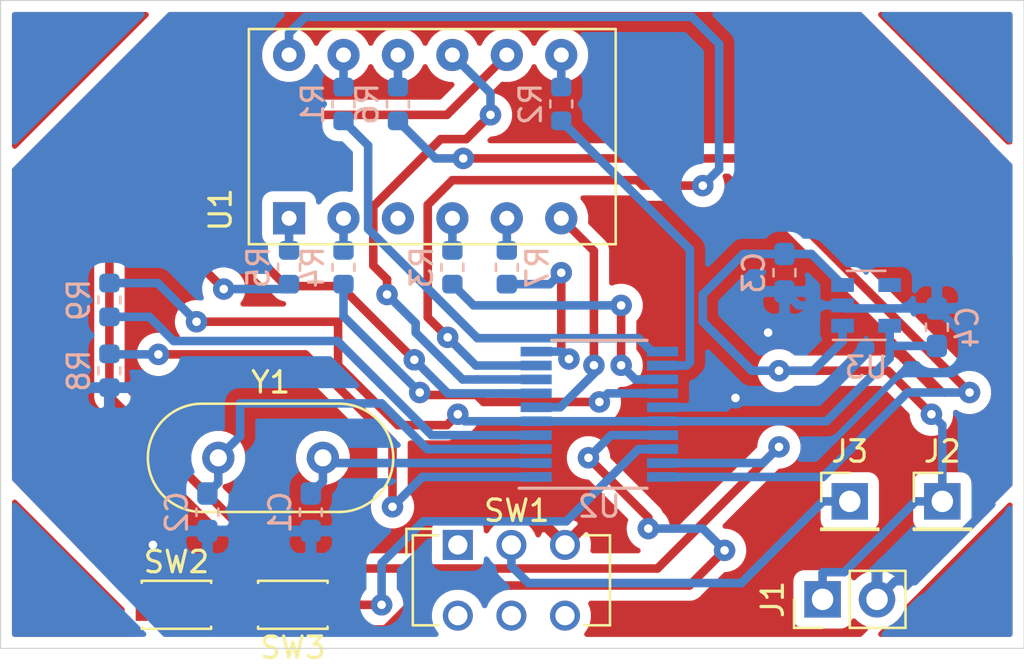
<source format=kicad_pcb>
(kicad_pcb (version 20171130) (host pcbnew 5.1.2-1.fc30)

  (general
    (thickness 1.6)
    (drawings 6)
    (tracks 234)
    (zones 0)
    (modules 23)
    (nets 32)
  )

  (page A4)
  (layers
    (0 F.Cu signal)
    (31 B.Cu signal)
    (32 B.Adhes user)
    (33 F.Adhes user)
    (34 B.Paste user)
    (35 F.Paste user)
    (36 B.SilkS user)
    (37 F.SilkS user)
    (38 B.Mask user)
    (39 F.Mask user)
    (40 Dwgs.User user)
    (41 Cmts.User user)
    (42 Eco1.User user)
    (43 Eco2.User user)
    (44 Edge.Cuts user)
    (45 Margin user)
    (46 B.CrtYd user)
    (47 F.CrtYd user)
    (48 B.Fab user hide)
    (49 F.Fab user hide)
  )

  (setup
    (last_trace_width 0.4)
    (user_trace_width 0.4)
    (user_trace_width 0.6)
    (trace_clearance 0.2)
    (zone_clearance 0.508)
    (zone_45_only no)
    (trace_min 0.3)
    (via_size 1)
    (via_drill 0.4)
    (via_min_size 0.4)
    (via_min_drill 0.3)
    (user_via 1 0.4)
    (uvia_size 0.3)
    (uvia_drill 0.1)
    (uvias_allowed no)
    (uvia_min_size 0.2)
    (uvia_min_drill 0.1)
    (edge_width 0.05)
    (segment_width 0.2)
    (pcb_text_width 0.3)
    (pcb_text_size 1.5 1.5)
    (mod_edge_width 0.12)
    (mod_text_size 1 1)
    (mod_text_width 0.15)
    (pad_size 1.5 1.5)
    (pad_drill 0.7)
    (pad_to_mask_clearance 0.051)
    (solder_mask_min_width 0.25)
    (aux_axis_origin 0 0)
    (visible_elements FFFFFFFF)
    (pcbplotparams
      (layerselection 0x010fc_ffffffff)
      (usegerberextensions false)
      (usegerberattributes false)
      (usegerberadvancedattributes false)
      (creategerberjobfile false)
      (excludeedgelayer true)
      (linewidth 0.100000)
      (plotframeref false)
      (viasonmask false)
      (mode 1)
      (useauxorigin false)
      (hpglpennumber 1)
      (hpglpenspeed 20)
      (hpglpendiameter 15.000000)
      (psnegative false)
      (psa4output false)
      (plotreference true)
      (plotvalue true)
      (plotinvisibletext false)
      (padsonsilk false)
      (subtractmaskfromsilk false)
      (outputformat 1)
      (mirror false)
      (drillshape 1)
      (scaleselection 1)
      (outputdirectory ""))
  )

  (net 0 "")
  (net 1 GND)
  (net 2 "Net-(C1-Pad1)")
  (net 3 "Net-(C2-Pad1)")
  (net 4 "Net-(C3-Pad1)")
  (net 5 +3V3)
  (net 6 "Net-(J3-Pad1)")
  (net 7 "Net-(R1-Pad1)")
  (net 8 SA)
  (net 9 SB)
  (net 10 "Net-(R2-Pad1)")
  (net 11 SC)
  (net 12 "Net-(R3-Pad1)")
  (net 13 SD)
  (net 14 "Net-(R4-Pad1)")
  (net 15 "Net-(R5-Pad1)")
  (net 16 SE)
  (net 17 "Net-(R6-Pad1)")
  (net 18 SF)
  (net 19 SG)
  (net 20 "Net-(R7-Pad2)")
  (net 21 "Net-(R8-Pad1)")
  (net 22 "Net-(R9-Pad2)")
  (net 23 "Net-(SW1-Pad1)")
  (net 24 "Net-(SW2-Pad1)")
  (net 25 "Net-(SW3-Pad1)")
  (net 26 "Net-(U1-Pad3)")
  (net 27 D4)
  (net 28 D3)
  (net 29 D2)
  (net 30 D1)
  (net 31 "Net-(U3-Pad4)")

  (net_class Default "To jest domyślna klasa połączeń."
    (clearance 0.2)
    (trace_width 0.4)
    (via_dia 1)
    (via_drill 0.4)
    (uvia_dia 0.3)
    (uvia_drill 0.1)
    (diff_pair_width 0.3)
    (diff_pair_gap 0.25)
    (add_net +3V3)
    (add_net D1)
    (add_net D2)
    (add_net D3)
    (add_net D4)
    (add_net GND)
    (add_net "Net-(C1-Pad1)")
    (add_net "Net-(C2-Pad1)")
    (add_net "Net-(C3-Pad1)")
    (add_net "Net-(J3-Pad1)")
    (add_net "Net-(R1-Pad1)")
    (add_net "Net-(R2-Pad1)")
    (add_net "Net-(R3-Pad1)")
    (add_net "Net-(R4-Pad1)")
    (add_net "Net-(R5-Pad1)")
    (add_net "Net-(R6-Pad1)")
    (add_net "Net-(R7-Pad2)")
    (add_net "Net-(R8-Pad1)")
    (add_net "Net-(R9-Pad2)")
    (add_net "Net-(SW1-Pad1)")
    (add_net "Net-(SW2-Pad1)")
    (add_net "Net-(SW3-Pad1)")
    (add_net "Net-(U1-Pad3)")
    (add_net "Net-(U3-Pad4)")
    (add_net SA)
    (add_net SB)
    (add_net SC)
    (add_net SD)
    (add_net SE)
    (add_net SF)
    (add_net SG)
  )

  (net_class +3V3 ""
    (clearance 0.2)
    (trace_width 0.6)
    (via_dia 1)
    (via_drill 0.4)
    (uvia_dia 0.3)
    (uvia_drill 0.1)
    (diff_pair_width 0.3)
    (diff_pair_gap 0.25)
  )

  (net_class GND ""
    (clearance 0.2)
    (trace_width 0.6)
    (via_dia 1)
    (via_drill 0.4)
    (uvia_dia 0.3)
    (uvia_drill 0.1)
    (diff_pair_width 0.3)
    (diff_pair_gap 0.25)
  )

  (module Button_Switch_THT:SW_CuK_JS202011CQN_DPDT_Straight (layer F.Cu) (tedit 5A02FE31) (tstamp 5D1E83D0)
    (at 221.996 116.84)
    (descr "CuK sub miniature slide switch, JS series, DPDT, right angle, http://www.ckswitches.com/media/1422/js.pdf")
    (tags "switch DPDT")
    (path /5D1B5FD6)
    (fp_text reference SW1 (at 2.75 -1.6) (layer F.SilkS)
      (effects (font (size 1 1) (thickness 0.15)))
    )
    (fp_text value POWER (at 3 5) (layer F.Fab)
      (effects (font (size 1 1) (thickness 0.15)))
    )
    (fp_line (start -1 -0.35) (end -2 0.65) (layer F.Fab) (width 0.1))
    (fp_line (start -2.25 4.25) (end -2.25 -0.95) (layer F.CrtYd) (width 0.05))
    (fp_line (start 7.25 4.25) (end -2.25 4.25) (layer F.CrtYd) (width 0.05))
    (fp_line (start 7.25 -0.95) (end 7.25 4.25) (layer F.CrtYd) (width 0.05))
    (fp_line (start -2.25 -0.95) (end 7.25 -0.95) (layer F.CrtYd) (width 0.05))
    (fp_line (start -2.4 -0.75) (end -2.4 0.45) (layer F.SilkS) (width 0.12))
    (fp_line (start -1.2 -0.75) (end -2.4 -0.75) (layer F.SilkS) (width 0.12))
    (fp_line (start 7.1 3.75) (end 5.9 3.75) (layer F.SilkS) (width 0.12))
    (fp_line (start 7.1 -0.45) (end 7.1 3.75) (layer F.SilkS) (width 0.12))
    (fp_line (start 5.9 -0.45) (end 7.1 -0.45) (layer F.SilkS) (width 0.12))
    (fp_line (start -2.1 3.75) (end -0.9 3.75) (layer F.SilkS) (width 0.12))
    (fp_line (start -2.1 -0.45) (end -2.1 3.75) (layer F.SilkS) (width 0.12))
    (fp_line (start -0.9 -0.45) (end -2.1 -0.45) (layer F.SilkS) (width 0.12))
    (fp_text user %R (at 2 1.65) (layer F.Fab)
      (effects (font (size 1 1) (thickness 0.15)))
    )
    (fp_line (start -2 3.65) (end -2 0.65) (layer F.Fab) (width 0.1))
    (fp_line (start 7 3.65) (end -2 3.65) (layer F.Fab) (width 0.1))
    (fp_line (start 7 -0.35) (end 7 3.65) (layer F.Fab) (width 0.1))
    (fp_line (start -1 -0.35) (end 7 -0.35) (layer F.Fab) (width 0.1))
    (pad 1 thru_hole rect (at 0 0) (size 1.4 1.4) (drill 0.9) (layers *.Cu *.Mask)
      (net 23 "Net-(SW1-Pad1)"))
    (pad 2 thru_hole circle (at 2.5 0) (size 1.4 1.4) (drill 0.9) (layers *.Cu *.Mask)
      (net 6 "Net-(J3-Pad1)"))
    (pad 3 thru_hole circle (at 5 0) (size 1.4 1.4) (drill 0.9) (layers *.Cu *.Mask)
      (net 1 GND))
    (pad 4 thru_hole circle (at 0 3.3) (size 1.4 1.4) (drill 0.9) (layers *.Cu *.Mask))
    (pad 5 thru_hole circle (at 2.5 3.3) (size 1.4 1.4) (drill 0.9) (layers *.Cu *.Mask))
    (pad 6 thru_hole circle (at 5 3.3) (size 1.4 1.4) (drill 0.9) (layers *.Cu *.Mask))
    (model ${KISYS3DMOD}/Button_Switch_THT.3dshapes/SW_CuK_JS202011CQN_DPDT_Straight.wrl
      (at (xyz 0 0 0))
      (scale (xyz 1 1 1))
      (rotate (xyz 0 0 0))
    )
  )

  (module Connector_PinHeader_2.54mm:PinHeader_1x01_P2.54mm_Vertical (layer F.Cu) (tedit 59FED5CC) (tstamp 5D1EAC45)
    (at 244.602 114.808)
    (descr "Through hole straight pin header, 1x01, 2.54mm pitch, single row")
    (tags "Through hole pin header THT 1x01 2.54mm single row")
    (path /5D1EF089)
    (fp_text reference J2 (at 0 -2.33) (layer F.SilkS)
      (effects (font (size 1 1) (thickness 0.15)))
    )
    (fp_text value Cell+ (at 0 2.33) (layer F.Fab)
      (effects (font (size 1 1) (thickness 0.15)))
    )
    (fp_text user %R (at 0 0 90) (layer F.Fab)
      (effects (font (size 1 1) (thickness 0.15)))
    )
    (fp_line (start 1.8 -1.8) (end -1.8 -1.8) (layer F.CrtYd) (width 0.05))
    (fp_line (start 1.8 1.8) (end 1.8 -1.8) (layer F.CrtYd) (width 0.05))
    (fp_line (start -1.8 1.8) (end 1.8 1.8) (layer F.CrtYd) (width 0.05))
    (fp_line (start -1.8 -1.8) (end -1.8 1.8) (layer F.CrtYd) (width 0.05))
    (fp_line (start -1.33 -1.33) (end 0 -1.33) (layer F.SilkS) (width 0.12))
    (fp_line (start -1.33 0) (end -1.33 -1.33) (layer F.SilkS) (width 0.12))
    (fp_line (start -1.33 1.27) (end 1.33 1.27) (layer F.SilkS) (width 0.12))
    (fp_line (start 1.33 1.27) (end 1.33 1.33) (layer F.SilkS) (width 0.12))
    (fp_line (start -1.33 1.27) (end -1.33 1.33) (layer F.SilkS) (width 0.12))
    (fp_line (start -1.33 1.33) (end 1.33 1.33) (layer F.SilkS) (width 0.12))
    (fp_line (start -1.27 -0.635) (end -0.635 -1.27) (layer F.Fab) (width 0.1))
    (fp_line (start -1.27 1.27) (end -1.27 -0.635) (layer F.Fab) (width 0.1))
    (fp_line (start 1.27 1.27) (end -1.27 1.27) (layer F.Fab) (width 0.1))
    (fp_line (start 1.27 -1.27) (end 1.27 1.27) (layer F.Fab) (width 0.1))
    (fp_line (start -0.635 -1.27) (end 1.27 -1.27) (layer F.Fab) (width 0.1))
    (pad 1 thru_hole rect (at 0 0) (size 1.7 1.7) (drill 1) (layers *.Cu *.Mask)
      (net 4 "Net-(C3-Pad1)"))
    (model ${KISYS3DMOD}/Connector_PinHeader_2.54mm.3dshapes/PinHeader_1x01_P2.54mm_Vertical.wrl
      (at (xyz 0 0 0))
      (scale (xyz 1 1 1))
      (rotate (xyz 0 0 0))
    )
  )

  (module Display_7Segment:MAN3420A (layer F.Cu) (tedit 5D2C2E92) (tstamp 5D1ED33A)
    (at 214.122 101.6 90)
    (descr https://www.digchip.com/datasheets/parts/datasheet/161/MAN3640A-pdf.php)
    (tags "One digit 7 segment green LED with left dot")
    (path /5D1B19BD)
    (fp_text reference U1 (at 0.4 -3.2 90) (layer F.SilkS)
      (effects (font (size 1 1) (thickness 0.15)))
    )
    (fp_text value BQ-M322RD (at 3.81 16.51 90) (layer F.Fab)
      (effects (font (size 1 1) (thickness 0.15)))
    )
    (fp_text user %R (at 3.8 7.8 90) (layer F.Fab)
      (effects (font (size 1 1) (thickness 0.15)))
    )
    (fp_line (start -1.34 -2.01) (end 8.96 -2.01) (layer F.CrtYd) (width 0.05))
    (fp_line (start 8.96 -2.01) (end 8.89 13.97) (layer F.CrtYd) (width 0.05))
    (fp_line (start -1.09 1) (end -0.09 0) (layer F.Fab) (width 0.1))
    (fp_line (start -0.09 0) (end -1.09 -1) (layer F.Fab) (width 0.1))
    (fp_line (start -1.09 -1) (end -1.09 -1.755) (layer F.Fab) (width 0.1))
    (fp_line (start -1.21 -1.875) (end 8.83 -1.875) (layer F.SilkS) (width 0.12))
    (fp_line (start 8.83 -1.875) (end 8.83 15.24) (layer F.SilkS) (width 0.12))
    (fp_line (start 8.83 15.24) (end -1.21 15.24) (layer F.SilkS) (width 0.12))
    (fp_line (start -1.21 15.24) (end -1.21 -1.875) (layer F.SilkS) (width 0.12))
    (fp_line (start -1.09 -1.755) (end 8.71 -1.755) (layer F.Fab) (width 0.1))
    (pad 1 thru_hole rect (at 0 0 90) (size 1.5 1.5) (drill 0.7) (layers *.Cu *.Mask)
      (net 15 "Net-(R5-Pad1)"))
    (pad 2 thru_hole circle (at 0 2.54 90) (size 1.5 1.5) (drill 0.7) (layers *.Cu *.Mask)
      (net 14 "Net-(R4-Pad1)"))
    (pad 3 thru_hole circle (at 0 5.08 90) (size 1.5 1.5) (drill 0.7) (layers *.Cu *.Mask)
      (net 26 "Net-(U1-Pad3)"))
    (pad 4 thru_hole circle (at 0 7.62 90) (size 1.5 1.5) (drill 0.7) (layers *.Cu *.Mask)
      (net 12 "Net-(R3-Pad1)"))
    (pad 5 thru_hole circle (at 0 10.16 90) (size 1.5 1.5) (drill 0.7) (layers *.Cu *.Mask)
      (net 20 "Net-(R7-Pad2)"))
    (pad 6 thru_hole circle (at 0 12.7 90) (size 1.5 1.5) (drill 0.7) (layers *.Cu *.Mask)
      (net 27 D4))
    (pad 7 thru_hole circle (at 7.62 12.7 90) (size 1.5 1.5) (drill 0.7) (layers *.Cu *.Mask)
      (net 10 "Net-(R2-Pad1)"))
    (pad 8 thru_hole circle (at 7.62 10.16 90) (size 1.5 1.5) (drill 0.7) (layers *.Cu *.Mask)
      (net 28 D3))
    (pad 9 thru_hole circle (at 7.62 7.62 90) (size 1.5 1.5) (drill 0.7) (layers *.Cu *.Mask)
      (net 29 D2))
    (pad 10 thru_hole circle (at 7.62 5.08 90) (size 1.5 1.5) (drill 0.7) (layers *.Cu *.Mask)
      (net 17 "Net-(R6-Pad1)"))
    (pad 11 thru_hole circle (at 7.62 2.54 90) (size 1.5 1.5) (drill 0.7) (layers *.Cu *.Mask)
      (net 7 "Net-(R1-Pad1)"))
    (pad 12 thru_hole circle (at 7.62 0 90) (size 1.5 1.5) (drill 0.7) (layers *.Cu *.Mask)
      (net 30 D1))
    (model ${KISYS3DMOD}/Display_7Segment.3dshapes/MAN3420A.wrl
      (at (xyz 0 0 0))
      (scale (xyz 1 1 1))
      (rotate (xyz 0 0 0))
    )
  )

  (module Package_SO:TSSOP-20_4.4x6.5mm_P0.65mm (layer B.Cu) (tedit 5A02F25C) (tstamp 5D1EA92B)
    (at 228.6 110.744)
    (descr "20-Lead Plastic Thin Shrink Small Outline (ST)-4.4 mm Body [TSSOP] (see Microchip Packaging Specification 00000049BS.pdf)")
    (tags "SSOP 0.65")
    (path /5D1B29CB)
    (attr smd)
    (fp_text reference U2 (at 0 4.3) (layer B.SilkS)
      (effects (font (size 1 1) (thickness 0.15)) (justify mirror))
    )
    (fp_text value STM32F030F4Px (at 0 -4.3) (layer B.Fab)
      (effects (font (size 1 1) (thickness 0.15)) (justify mirror))
    )
    (fp_line (start -1.2 3.25) (end 2.2 3.25) (layer B.Fab) (width 0.15))
    (fp_line (start 2.2 3.25) (end 2.2 -3.25) (layer B.Fab) (width 0.15))
    (fp_line (start 2.2 -3.25) (end -2.2 -3.25) (layer B.Fab) (width 0.15))
    (fp_line (start -2.2 -3.25) (end -2.2 2.25) (layer B.Fab) (width 0.15))
    (fp_line (start -2.2 2.25) (end -1.2 3.25) (layer B.Fab) (width 0.15))
    (fp_line (start -3.95 3.55) (end -3.95 -3.55) (layer B.CrtYd) (width 0.05))
    (fp_line (start 3.95 3.55) (end 3.95 -3.55) (layer B.CrtYd) (width 0.05))
    (fp_line (start -3.95 3.55) (end 3.95 3.55) (layer B.CrtYd) (width 0.05))
    (fp_line (start -3.95 -3.55) (end 3.95 -3.55) (layer B.CrtYd) (width 0.05))
    (fp_line (start -2.225 -3.45) (end 2.225 -3.45) (layer B.SilkS) (width 0.15))
    (fp_line (start -3.75 3.45) (end 2.225 3.45) (layer B.SilkS) (width 0.15))
    (fp_text user %R (at 0 0) (layer B.Fab)
      (effects (font (size 0.8 0.8) (thickness 0.15)) (justify mirror))
    )
    (pad 1 smd rect (at -2.95 2.925) (size 1.45 0.45) (layers B.Cu B.Paste B.Mask)
      (net 21 "Net-(R8-Pad1)"))
    (pad 2 smd rect (at -2.95 2.275) (size 1.45 0.45) (layers B.Cu B.Paste B.Mask)
      (net 2 "Net-(C1-Pad1)"))
    (pad 3 smd rect (at -2.95 1.625) (size 1.45 0.45) (layers B.Cu B.Paste B.Mask)
      (net 3 "Net-(C2-Pad1)"))
    (pad 4 smd rect (at -2.95 0.975) (size 1.45 0.45) (layers B.Cu B.Paste B.Mask)
      (net 22 "Net-(R9-Pad2)"))
    (pad 5 smd rect (at -2.95 0.325) (size 1.45 0.45) (layers B.Cu B.Paste B.Mask)
      (net 5 +3V3))
    (pad 6 smd rect (at -2.95 -0.325) (size 1.45 0.45) (layers B.Cu B.Paste B.Mask)
      (net 27 D4))
    (pad 7 smd rect (at -2.95 -0.975) (size 1.45 0.45) (layers B.Cu B.Paste B.Mask)
      (net 28 D3))
    (pad 8 smd rect (at -2.95 -1.625) (size 1.45 0.45) (layers B.Cu B.Paste B.Mask)
      (net 29 D2))
    (pad 9 smd rect (at -2.95 -2.275) (size 1.45 0.45) (layers B.Cu B.Paste B.Mask)
      (net 30 D1))
    (pad 10 smd rect (at -2.95 -2.925) (size 1.45 0.45) (layers B.Cu B.Paste B.Mask)
      (net 19 SG))
    (pad 11 smd rect (at 2.95 -2.925) (size 1.45 0.45) (layers B.Cu B.Paste B.Mask)
      (net 8 SA))
    (pad 12 smd rect (at 2.95 -2.275) (size 1.45 0.45) (layers B.Cu B.Paste B.Mask)
      (net 9 SB))
    (pad 13 smd rect (at 2.95 -1.625) (size 1.45 0.45) (layers B.Cu B.Paste B.Mask)
      (net 11 SC))
    (pad 14 smd rect (at 2.95 -0.975) (size 1.45 0.45) (layers B.Cu B.Paste B.Mask)
      (net 13 SD))
    (pad 15 smd rect (at 2.95 -0.325) (size 1.45 0.45) (layers B.Cu B.Paste B.Mask)
      (net 1 GND))
    (pad 16 smd rect (at 2.95 0.325) (size 1.45 0.45) (layers B.Cu B.Paste B.Mask)
      (net 5 +3V3))
    (pad 17 smd rect (at 2.95 0.975) (size 1.45 0.45) (layers B.Cu B.Paste B.Mask)
      (net 24 "Net-(SW2-Pad1)"))
    (pad 18 smd rect (at 2.95 1.625) (size 1.45 0.45) (layers B.Cu B.Paste B.Mask)
      (net 25 "Net-(SW3-Pad1)"))
    (pad 19 smd rect (at 2.95 2.275) (size 1.45 0.45) (layers B.Cu B.Paste B.Mask)
      (net 16 SE))
    (pad 20 smd rect (at 2.95 2.925) (size 1.45 0.45) (layers B.Cu B.Paste B.Mask)
      (net 18 SF))
    (model ${KISYS3DMOD}/Package_SO.3dshapes/TSSOP-20_4.4x6.5mm_P0.65mm.wrl
      (at (xyz 0 0 0))
      (scale (xyz 1 1 1))
      (rotate (xyz 0 0 0))
    )
  )

  (module Capacitor_SMD:C_0603_1608Metric_Pad1.05x0.95mm_HandSolder (layer B.Cu) (tedit 5B301BBE) (tstamp 5D1E81FF)
    (at 215.138 115.316 270)
    (descr "Capacitor SMD 0603 (1608 Metric), square (rectangular) end terminal, IPC_7351 nominal with elongated pad for handsoldering. (Body size source: http://www.tortai-tech.com/upload/download/2011102023233369053.pdf), generated with kicad-footprint-generator")
    (tags "capacitor handsolder")
    (path /5D1CEC8A)
    (attr smd)
    (fp_text reference C1 (at 0 1.43 90) (layer B.SilkS)
      (effects (font (size 1 1) (thickness 0.15)) (justify mirror))
    )
    (fp_text value 22p (at 0 -1.43 90) (layer B.Fab)
      (effects (font (size 1 1) (thickness 0.15)) (justify mirror))
    )
    (fp_text user %R (at 0 0 90) (layer B.Fab)
      (effects (font (size 0.4 0.4) (thickness 0.06)) (justify mirror))
    )
    (fp_line (start 1.65 -0.73) (end -1.65 -0.73) (layer B.CrtYd) (width 0.05))
    (fp_line (start 1.65 0.73) (end 1.65 -0.73) (layer B.CrtYd) (width 0.05))
    (fp_line (start -1.65 0.73) (end 1.65 0.73) (layer B.CrtYd) (width 0.05))
    (fp_line (start -1.65 -0.73) (end -1.65 0.73) (layer B.CrtYd) (width 0.05))
    (fp_line (start -0.171267 -0.51) (end 0.171267 -0.51) (layer B.SilkS) (width 0.12))
    (fp_line (start -0.171267 0.51) (end 0.171267 0.51) (layer B.SilkS) (width 0.12))
    (fp_line (start 0.8 -0.4) (end -0.8 -0.4) (layer B.Fab) (width 0.1))
    (fp_line (start 0.8 0.4) (end 0.8 -0.4) (layer B.Fab) (width 0.1))
    (fp_line (start -0.8 0.4) (end 0.8 0.4) (layer B.Fab) (width 0.1))
    (fp_line (start -0.8 -0.4) (end -0.8 0.4) (layer B.Fab) (width 0.1))
    (pad 2 smd roundrect (at 0.875 0 270) (size 1.05 0.95) (layers B.Cu B.Paste B.Mask) (roundrect_rratio 0.25)
      (net 1 GND))
    (pad 1 smd roundrect (at -0.875 0 270) (size 1.05 0.95) (layers B.Cu B.Paste B.Mask) (roundrect_rratio 0.25)
      (net 2 "Net-(C1-Pad1)"))
    (model ${KISYS3DMOD}/Capacitor_SMD.3dshapes/C_0603_1608Metric.wrl
      (at (xyz 0 0 0))
      (scale (xyz 1 1 1))
      (rotate (xyz 0 0 0))
    )
  )

  (module Capacitor_SMD:C_0603_1608Metric_Pad1.05x0.95mm_HandSolder (layer B.Cu) (tedit 5B301BBE) (tstamp 5D1E8210)
    (at 210.312 115.316 270)
    (descr "Capacitor SMD 0603 (1608 Metric), square (rectangular) end terminal, IPC_7351 nominal with elongated pad for handsoldering. (Body size source: http://www.tortai-tech.com/upload/download/2011102023233369053.pdf), generated with kicad-footprint-generator")
    (tags "capacitor handsolder")
    (path /5D1D00E5)
    (attr smd)
    (fp_text reference C2 (at 0 1.43 90) (layer B.SilkS)
      (effects (font (size 1 1) (thickness 0.15)) (justify mirror))
    )
    (fp_text value 22p (at 0 -1.43 90) (layer B.Fab)
      (effects (font (size 1 1) (thickness 0.15)) (justify mirror))
    )
    (fp_line (start -0.8 -0.4) (end -0.8 0.4) (layer B.Fab) (width 0.1))
    (fp_line (start -0.8 0.4) (end 0.8 0.4) (layer B.Fab) (width 0.1))
    (fp_line (start 0.8 0.4) (end 0.8 -0.4) (layer B.Fab) (width 0.1))
    (fp_line (start 0.8 -0.4) (end -0.8 -0.4) (layer B.Fab) (width 0.1))
    (fp_line (start -0.171267 0.51) (end 0.171267 0.51) (layer B.SilkS) (width 0.12))
    (fp_line (start -0.171267 -0.51) (end 0.171267 -0.51) (layer B.SilkS) (width 0.12))
    (fp_line (start -1.65 -0.73) (end -1.65 0.73) (layer B.CrtYd) (width 0.05))
    (fp_line (start -1.65 0.73) (end 1.65 0.73) (layer B.CrtYd) (width 0.05))
    (fp_line (start 1.65 0.73) (end 1.65 -0.73) (layer B.CrtYd) (width 0.05))
    (fp_line (start 1.65 -0.73) (end -1.65 -0.73) (layer B.CrtYd) (width 0.05))
    (fp_text user %R (at 0 0 90) (layer B.Fab)
      (effects (font (size 0.4 0.4) (thickness 0.06)) (justify mirror))
    )
    (pad 1 smd roundrect (at -0.875 0 270) (size 1.05 0.95) (layers B.Cu B.Paste B.Mask) (roundrect_rratio 0.25)
      (net 3 "Net-(C2-Pad1)"))
    (pad 2 smd roundrect (at 0.875 0 270) (size 1.05 0.95) (layers B.Cu B.Paste B.Mask) (roundrect_rratio 0.25)
      (net 1 GND))
    (model ${KISYS3DMOD}/Capacitor_SMD.3dshapes/C_0603_1608Metric.wrl
      (at (xyz 0 0 0))
      (scale (xyz 1 1 1))
      (rotate (xyz 0 0 0))
    )
  )

  (module Capacitor_SMD:C_0603_1608Metric_Pad1.05x0.95mm_HandSolder (layer B.Cu) (tedit 5B301BBE) (tstamp 5D1E8221)
    (at 237.236 104.14 270)
    (descr "Capacitor SMD 0603 (1608 Metric), square (rectangular) end terminal, IPC_7351 nominal with elongated pad for handsoldering. (Body size source: http://www.tortai-tech.com/upload/download/2011102023233369053.pdf), generated with kicad-footprint-generator")
    (tags "capacitor handsolder")
    (path /5D1D189F)
    (attr smd)
    (fp_text reference C3 (at 0 1.43 90) (layer B.SilkS)
      (effects (font (size 1 1) (thickness 0.15)) (justify mirror))
    )
    (fp_text value 100n (at 0 -1.43 90) (layer B.Fab)
      (effects (font (size 1 1) (thickness 0.15)) (justify mirror))
    )
    (fp_text user %R (at 0 0 90) (layer B.Fab)
      (effects (font (size 0.4 0.4) (thickness 0.06)) (justify mirror))
    )
    (fp_line (start 1.65 -0.73) (end -1.65 -0.73) (layer B.CrtYd) (width 0.05))
    (fp_line (start 1.65 0.73) (end 1.65 -0.73) (layer B.CrtYd) (width 0.05))
    (fp_line (start -1.65 0.73) (end 1.65 0.73) (layer B.CrtYd) (width 0.05))
    (fp_line (start -1.65 -0.73) (end -1.65 0.73) (layer B.CrtYd) (width 0.05))
    (fp_line (start -0.171267 -0.51) (end 0.171267 -0.51) (layer B.SilkS) (width 0.12))
    (fp_line (start -0.171267 0.51) (end 0.171267 0.51) (layer B.SilkS) (width 0.12))
    (fp_line (start 0.8 -0.4) (end -0.8 -0.4) (layer B.Fab) (width 0.1))
    (fp_line (start 0.8 0.4) (end 0.8 -0.4) (layer B.Fab) (width 0.1))
    (fp_line (start -0.8 0.4) (end 0.8 0.4) (layer B.Fab) (width 0.1))
    (fp_line (start -0.8 -0.4) (end -0.8 0.4) (layer B.Fab) (width 0.1))
    (pad 2 smd roundrect (at 0.875 0 270) (size 1.05 0.95) (layers B.Cu B.Paste B.Mask) (roundrect_rratio 0.25)
      (net 1 GND))
    (pad 1 smd roundrect (at -0.875 0 270) (size 1.05 0.95) (layers B.Cu B.Paste B.Mask) (roundrect_rratio 0.25)
      (net 4 "Net-(C3-Pad1)"))
    (model ${KISYS3DMOD}/Capacitor_SMD.3dshapes/C_0603_1608Metric.wrl
      (at (xyz 0 0 0))
      (scale (xyz 1 1 1))
      (rotate (xyz 0 0 0))
    )
  )

  (module Capacitor_SMD:C_0603_1608Metric_Pad1.05x0.95mm_HandSolder (layer B.Cu) (tedit 5B301BBE) (tstamp 5D1E8232)
    (at 244.348 106.68 90)
    (descr "Capacitor SMD 0603 (1608 Metric), square (rectangular) end terminal, IPC_7351 nominal with elongated pad for handsoldering. (Body size source: http://www.tortai-tech.com/upload/download/2011102023233369053.pdf), generated with kicad-footprint-generator")
    (tags "capacitor handsolder")
    (path /5D1D18A5)
    (attr smd)
    (fp_text reference C4 (at 0 1.43 90) (layer B.SilkS)
      (effects (font (size 1 1) (thickness 0.15)) (justify mirror))
    )
    (fp_text value 100n (at 0 -1.43 90) (layer B.Fab)
      (effects (font (size 1 1) (thickness 0.15)) (justify mirror))
    )
    (fp_line (start -0.8 -0.4) (end -0.8 0.4) (layer B.Fab) (width 0.1))
    (fp_line (start -0.8 0.4) (end 0.8 0.4) (layer B.Fab) (width 0.1))
    (fp_line (start 0.8 0.4) (end 0.8 -0.4) (layer B.Fab) (width 0.1))
    (fp_line (start 0.8 -0.4) (end -0.8 -0.4) (layer B.Fab) (width 0.1))
    (fp_line (start -0.171267 0.51) (end 0.171267 0.51) (layer B.SilkS) (width 0.12))
    (fp_line (start -0.171267 -0.51) (end 0.171267 -0.51) (layer B.SilkS) (width 0.12))
    (fp_line (start -1.65 -0.73) (end -1.65 0.73) (layer B.CrtYd) (width 0.05))
    (fp_line (start -1.65 0.73) (end 1.65 0.73) (layer B.CrtYd) (width 0.05))
    (fp_line (start 1.65 0.73) (end 1.65 -0.73) (layer B.CrtYd) (width 0.05))
    (fp_line (start 1.65 -0.73) (end -1.65 -0.73) (layer B.CrtYd) (width 0.05))
    (fp_text user %R (at 0 0 90) (layer B.Fab)
      (effects (font (size 0.4 0.4) (thickness 0.06)) (justify mirror))
    )
    (pad 1 smd roundrect (at -0.875 0 90) (size 1.05 0.95) (layers B.Cu B.Paste B.Mask) (roundrect_rratio 0.25)
      (net 5 +3V3))
    (pad 2 smd roundrect (at 0.875 0 90) (size 1.05 0.95) (layers B.Cu B.Paste B.Mask) (roundrect_rratio 0.25)
      (net 1 GND))
    (model ${KISYS3DMOD}/Capacitor_SMD.3dshapes/C_0603_1608Metric.wrl
      (at (xyz 0 0 0))
      (scale (xyz 1 1 1))
      (rotate (xyz 0 0 0))
    )
  )

  (module Connector_PinHeader_2.54mm:PinHeader_1x02_P2.54mm_Vertical (layer F.Cu) (tedit 59FED5CC) (tstamp 5D1E82F1)
    (at 239.014 119.38 90)
    (descr "Through hole straight pin header, 1x02, 2.54mm pitch, single row")
    (tags "Through hole pin header THT 1x02 2.54mm single row")
    (path /5D1C06F8)
    (fp_text reference J1 (at 0 -2.33 90) (layer F.SilkS)
      (effects (font (size 1 1) (thickness 0.15)))
    )
    (fp_text value Goldpin (at 0 4.87 90) (layer F.Fab)
      (effects (font (size 1 1) (thickness 0.15)))
    )
    (fp_line (start -0.635 -1.27) (end 1.27 -1.27) (layer F.Fab) (width 0.1))
    (fp_line (start 1.27 -1.27) (end 1.27 3.81) (layer F.Fab) (width 0.1))
    (fp_line (start 1.27 3.81) (end -1.27 3.81) (layer F.Fab) (width 0.1))
    (fp_line (start -1.27 3.81) (end -1.27 -0.635) (layer F.Fab) (width 0.1))
    (fp_line (start -1.27 -0.635) (end -0.635 -1.27) (layer F.Fab) (width 0.1))
    (fp_line (start -1.33 3.87) (end 1.33 3.87) (layer F.SilkS) (width 0.12))
    (fp_line (start -1.33 1.27) (end -1.33 3.87) (layer F.SilkS) (width 0.12))
    (fp_line (start 1.33 1.27) (end 1.33 3.87) (layer F.SilkS) (width 0.12))
    (fp_line (start -1.33 1.27) (end 1.33 1.27) (layer F.SilkS) (width 0.12))
    (fp_line (start -1.33 0) (end -1.33 -1.33) (layer F.SilkS) (width 0.12))
    (fp_line (start -1.33 -1.33) (end 0 -1.33) (layer F.SilkS) (width 0.12))
    (fp_line (start -1.8 -1.8) (end -1.8 4.35) (layer F.CrtYd) (width 0.05))
    (fp_line (start -1.8 4.35) (end 1.8 4.35) (layer F.CrtYd) (width 0.05))
    (fp_line (start 1.8 4.35) (end 1.8 -1.8) (layer F.CrtYd) (width 0.05))
    (fp_line (start 1.8 -1.8) (end -1.8 -1.8) (layer F.CrtYd) (width 0.05))
    (fp_text user %R (at 0 1.27) (layer F.Fab)
      (effects (font (size 1 1) (thickness 0.15)))
    )
    (pad 1 thru_hole rect (at 0 0 90) (size 1.7 1.7) (drill 1) (layers *.Cu *.Mask)
      (net 4 "Net-(C3-Pad1)"))
    (pad 2 thru_hole oval (at 0 2.54 90) (size 1.7 1.7) (drill 1) (layers *.Cu *.Mask)
      (net 1 GND))
    (model ${KISYS3DMOD}/Connector_PinHeader_2.54mm.3dshapes/PinHeader_1x02_P2.54mm_Vertical.wrl
      (at (xyz 0 0 0))
      (scale (xyz 1 1 1))
      (rotate (xyz 0 0 0))
    )
  )

  (module Connector_PinHeader_2.54mm:PinHeader_1x01_P2.54mm_Vertical (layer F.Cu) (tedit 59FED5CC) (tstamp 5D1EAB5A)
    (at 240.284 114.808)
    (descr "Through hole straight pin header, 1x01, 2.54mm pitch, single row")
    (tags "Through hole pin header THT 1x01 2.54mm single row")
    (path /5D1EFE3D)
    (fp_text reference J3 (at 0 -2.33) (layer F.SilkS)
      (effects (font (size 1 1) (thickness 0.15)))
    )
    (fp_text value Cell- (at 0 2.33) (layer F.Fab)
      (effects (font (size 1 1) (thickness 0.15)))
    )
    (fp_text user %R (at 0 0 90) (layer F.Fab)
      (effects (font (size 1 1) (thickness 0.15)))
    )
    (fp_line (start 1.8 -1.8) (end -1.8 -1.8) (layer F.CrtYd) (width 0.05))
    (fp_line (start 1.8 1.8) (end 1.8 -1.8) (layer F.CrtYd) (width 0.05))
    (fp_line (start -1.8 1.8) (end 1.8 1.8) (layer F.CrtYd) (width 0.05))
    (fp_line (start -1.8 -1.8) (end -1.8 1.8) (layer F.CrtYd) (width 0.05))
    (fp_line (start -1.33 -1.33) (end 0 -1.33) (layer F.SilkS) (width 0.12))
    (fp_line (start -1.33 0) (end -1.33 -1.33) (layer F.SilkS) (width 0.12))
    (fp_line (start -1.33 1.27) (end 1.33 1.27) (layer F.SilkS) (width 0.12))
    (fp_line (start 1.33 1.27) (end 1.33 1.33) (layer F.SilkS) (width 0.12))
    (fp_line (start -1.33 1.27) (end -1.33 1.33) (layer F.SilkS) (width 0.12))
    (fp_line (start -1.33 1.33) (end 1.33 1.33) (layer F.SilkS) (width 0.12))
    (fp_line (start -1.27 -0.635) (end -0.635 -1.27) (layer F.Fab) (width 0.1))
    (fp_line (start -1.27 1.27) (end -1.27 -0.635) (layer F.Fab) (width 0.1))
    (fp_line (start 1.27 1.27) (end -1.27 1.27) (layer F.Fab) (width 0.1))
    (fp_line (start 1.27 -1.27) (end 1.27 1.27) (layer F.Fab) (width 0.1))
    (fp_line (start -0.635 -1.27) (end 1.27 -1.27) (layer F.Fab) (width 0.1))
    (pad 1 thru_hole rect (at 0 0) (size 1.7 1.7) (drill 1) (layers *.Cu *.Mask)
      (net 6 "Net-(J3-Pad1)"))
    (model ${KISYS3DMOD}/Connector_PinHeader_2.54mm.3dshapes/PinHeader_1x01_P2.54mm_Vertical.wrl
      (at (xyz 0 0 0))
      (scale (xyz 1 1 1))
      (rotate (xyz 0 0 0))
    )
  )

  (module Resistor_SMD:R_0603_1608Metric (layer B.Cu) (tedit 5B301BBD) (tstamp 5D1E832C)
    (at 216.662 96.266 270)
    (descr "Resistor SMD 0603 (1608 Metric), square (rectangular) end terminal, IPC_7351 nominal, (Body size source: http://www.tortai-tech.com/upload/download/2011102023233369053.pdf), generated with kicad-footprint-generator")
    (tags resistor)
    (path /5D1C39A9)
    (attr smd)
    (fp_text reference R1 (at 0 1.43 90) (layer B.SilkS)
      (effects (font (size 1 1) (thickness 0.15)) (justify mirror))
    )
    (fp_text value 120 (at 0 -1.43 90) (layer B.Fab)
      (effects (font (size 1 1) (thickness 0.15)) (justify mirror))
    )
    (fp_line (start -0.8 -0.4) (end -0.8 0.4) (layer B.Fab) (width 0.1))
    (fp_line (start -0.8 0.4) (end 0.8 0.4) (layer B.Fab) (width 0.1))
    (fp_line (start 0.8 0.4) (end 0.8 -0.4) (layer B.Fab) (width 0.1))
    (fp_line (start 0.8 -0.4) (end -0.8 -0.4) (layer B.Fab) (width 0.1))
    (fp_line (start -0.162779 0.51) (end 0.162779 0.51) (layer B.SilkS) (width 0.12))
    (fp_line (start -0.162779 -0.51) (end 0.162779 -0.51) (layer B.SilkS) (width 0.12))
    (fp_line (start -1.48 -0.73) (end -1.48 0.73) (layer B.CrtYd) (width 0.05))
    (fp_line (start -1.48 0.73) (end 1.48 0.73) (layer B.CrtYd) (width 0.05))
    (fp_line (start 1.48 0.73) (end 1.48 -0.73) (layer B.CrtYd) (width 0.05))
    (fp_line (start 1.48 -0.73) (end -1.48 -0.73) (layer B.CrtYd) (width 0.05))
    (fp_text user %R (at 0 0 90) (layer B.Fab)
      (effects (font (size 0.4 0.4) (thickness 0.06)) (justify mirror))
    )
    (pad 1 smd roundrect (at -0.7875 0 270) (size 0.875 0.95) (layers B.Cu B.Paste B.Mask) (roundrect_rratio 0.25)
      (net 7 "Net-(R1-Pad1)"))
    (pad 2 smd roundrect (at 0.7875 0 270) (size 0.875 0.95) (layers B.Cu B.Paste B.Mask) (roundrect_rratio 0.25)
      (net 8 SA))
    (model ${KISYS3DMOD}/Resistor_SMD.3dshapes/R_0603_1608Metric.wrl
      (at (xyz 0 0 0))
      (scale (xyz 1 1 1))
      (rotate (xyz 0 0 0))
    )
  )

  (module Resistor_SMD:R_0603_1608Metric (layer B.Cu) (tedit 5B301BBD) (tstamp 5D1E833D)
    (at 226.822 96.266 270)
    (descr "Resistor SMD 0603 (1608 Metric), square (rectangular) end terminal, IPC_7351 nominal, (Body size source: http://www.tortai-tech.com/upload/download/2011102023233369053.pdf), generated with kicad-footprint-generator")
    (tags resistor)
    (path /5D1C4616)
    (attr smd)
    (fp_text reference R2 (at 0 1.43 90) (layer B.SilkS)
      (effects (font (size 1 1) (thickness 0.15)) (justify mirror))
    )
    (fp_text value 120 (at 0 -1.43 90) (layer B.Fab)
      (effects (font (size 1 1) (thickness 0.15)) (justify mirror))
    )
    (fp_text user %R (at 0 0 90) (layer B.Fab)
      (effects (font (size 0.4 0.4) (thickness 0.06)) (justify mirror))
    )
    (fp_line (start 1.48 -0.73) (end -1.48 -0.73) (layer B.CrtYd) (width 0.05))
    (fp_line (start 1.48 0.73) (end 1.48 -0.73) (layer B.CrtYd) (width 0.05))
    (fp_line (start -1.48 0.73) (end 1.48 0.73) (layer B.CrtYd) (width 0.05))
    (fp_line (start -1.48 -0.73) (end -1.48 0.73) (layer B.CrtYd) (width 0.05))
    (fp_line (start -0.162779 -0.51) (end 0.162779 -0.51) (layer B.SilkS) (width 0.12))
    (fp_line (start -0.162779 0.51) (end 0.162779 0.51) (layer B.SilkS) (width 0.12))
    (fp_line (start 0.8 -0.4) (end -0.8 -0.4) (layer B.Fab) (width 0.1))
    (fp_line (start 0.8 0.4) (end 0.8 -0.4) (layer B.Fab) (width 0.1))
    (fp_line (start -0.8 0.4) (end 0.8 0.4) (layer B.Fab) (width 0.1))
    (fp_line (start -0.8 -0.4) (end -0.8 0.4) (layer B.Fab) (width 0.1))
    (pad 2 smd roundrect (at 0.7875 0 270) (size 0.875 0.95) (layers B.Cu B.Paste B.Mask) (roundrect_rratio 0.25)
      (net 9 SB))
    (pad 1 smd roundrect (at -0.7875 0 270) (size 0.875 0.95) (layers B.Cu B.Paste B.Mask) (roundrect_rratio 0.25)
      (net 10 "Net-(R2-Pad1)"))
    (model ${KISYS3DMOD}/Resistor_SMD.3dshapes/R_0603_1608Metric.wrl
      (at (xyz 0 0 0))
      (scale (xyz 1 1 1))
      (rotate (xyz 0 0 0))
    )
  )

  (module Resistor_SMD:R_0603_1608Metric (layer B.Cu) (tedit 5B301BBD) (tstamp 5D1E834E)
    (at 221.742 103.886 270)
    (descr "Resistor SMD 0603 (1608 Metric), square (rectangular) end terminal, IPC_7351 nominal, (Body size source: http://www.tortai-tech.com/upload/download/2011102023233369053.pdf), generated with kicad-footprint-generator")
    (tags resistor)
    (path /5D1C48D3)
    (attr smd)
    (fp_text reference R3 (at 0 1.43 90) (layer B.SilkS)
      (effects (font (size 1 1) (thickness 0.15)) (justify mirror))
    )
    (fp_text value 120 (at 0 -1.43 90) (layer B.Fab)
      (effects (font (size 1 1) (thickness 0.15)) (justify mirror))
    )
    (fp_text user %R (at 0 0 90) (layer B.Fab)
      (effects (font (size 0.4 0.4) (thickness 0.06)) (justify mirror))
    )
    (fp_line (start 1.48 -0.73) (end -1.48 -0.73) (layer B.CrtYd) (width 0.05))
    (fp_line (start 1.48 0.73) (end 1.48 -0.73) (layer B.CrtYd) (width 0.05))
    (fp_line (start -1.48 0.73) (end 1.48 0.73) (layer B.CrtYd) (width 0.05))
    (fp_line (start -1.48 -0.73) (end -1.48 0.73) (layer B.CrtYd) (width 0.05))
    (fp_line (start -0.162779 -0.51) (end 0.162779 -0.51) (layer B.SilkS) (width 0.12))
    (fp_line (start -0.162779 0.51) (end 0.162779 0.51) (layer B.SilkS) (width 0.12))
    (fp_line (start 0.8 -0.4) (end -0.8 -0.4) (layer B.Fab) (width 0.1))
    (fp_line (start 0.8 0.4) (end 0.8 -0.4) (layer B.Fab) (width 0.1))
    (fp_line (start -0.8 0.4) (end 0.8 0.4) (layer B.Fab) (width 0.1))
    (fp_line (start -0.8 -0.4) (end -0.8 0.4) (layer B.Fab) (width 0.1))
    (pad 2 smd roundrect (at 0.7875 0 270) (size 0.875 0.95) (layers B.Cu B.Paste B.Mask) (roundrect_rratio 0.25)
      (net 11 SC))
    (pad 1 smd roundrect (at -0.7875 0 270) (size 0.875 0.95) (layers B.Cu B.Paste B.Mask) (roundrect_rratio 0.25)
      (net 12 "Net-(R3-Pad1)"))
    (model ${KISYS3DMOD}/Resistor_SMD.3dshapes/R_0603_1608Metric.wrl
      (at (xyz 0 0 0))
      (scale (xyz 1 1 1))
      (rotate (xyz 0 0 0))
    )
  )

  (module Resistor_SMD:R_0603_1608Metric (layer B.Cu) (tedit 5B301BBD) (tstamp 5D1E835F)
    (at 216.662 103.886 270)
    (descr "Resistor SMD 0603 (1608 Metric), square (rectangular) end terminal, IPC_7351 nominal, (Body size source: http://www.tortai-tech.com/upload/download/2011102023233369053.pdf), generated with kicad-footprint-generator")
    (tags resistor)
    (path /5D1C4C5D)
    (attr smd)
    (fp_text reference R4 (at 0 1.43 90) (layer B.SilkS)
      (effects (font (size 1 1) (thickness 0.15)) (justify mirror))
    )
    (fp_text value 120 (at 0 -1.43 90) (layer B.Fab)
      (effects (font (size 1 1) (thickness 0.15)) (justify mirror))
    )
    (fp_text user %R (at 0 0 90) (layer B.Fab)
      (effects (font (size 0.4 0.4) (thickness 0.06)) (justify mirror))
    )
    (fp_line (start 1.48 -0.73) (end -1.48 -0.73) (layer B.CrtYd) (width 0.05))
    (fp_line (start 1.48 0.73) (end 1.48 -0.73) (layer B.CrtYd) (width 0.05))
    (fp_line (start -1.48 0.73) (end 1.48 0.73) (layer B.CrtYd) (width 0.05))
    (fp_line (start -1.48 -0.73) (end -1.48 0.73) (layer B.CrtYd) (width 0.05))
    (fp_line (start -0.162779 -0.51) (end 0.162779 -0.51) (layer B.SilkS) (width 0.12))
    (fp_line (start -0.162779 0.51) (end 0.162779 0.51) (layer B.SilkS) (width 0.12))
    (fp_line (start 0.8 -0.4) (end -0.8 -0.4) (layer B.Fab) (width 0.1))
    (fp_line (start 0.8 0.4) (end 0.8 -0.4) (layer B.Fab) (width 0.1))
    (fp_line (start -0.8 0.4) (end 0.8 0.4) (layer B.Fab) (width 0.1))
    (fp_line (start -0.8 -0.4) (end -0.8 0.4) (layer B.Fab) (width 0.1))
    (pad 2 smd roundrect (at 0.7875 0 270) (size 0.875 0.95) (layers B.Cu B.Paste B.Mask) (roundrect_rratio 0.25)
      (net 13 SD))
    (pad 1 smd roundrect (at -0.7875 0 270) (size 0.875 0.95) (layers B.Cu B.Paste B.Mask) (roundrect_rratio 0.25)
      (net 14 "Net-(R4-Pad1)"))
    (model ${KISYS3DMOD}/Resistor_SMD.3dshapes/R_0603_1608Metric.wrl
      (at (xyz 0 0 0))
      (scale (xyz 1 1 1))
      (rotate (xyz 0 0 0))
    )
  )

  (module Resistor_SMD:R_0603_1608Metric (layer B.Cu) (tedit 5B301BBD) (tstamp 5D1E8370)
    (at 214.122 103.886 270)
    (descr "Resistor SMD 0603 (1608 Metric), square (rectangular) end terminal, IPC_7351 nominal, (Body size source: http://www.tortai-tech.com/upload/download/2011102023233369053.pdf), generated with kicad-footprint-generator")
    (tags resistor)
    (path /5D1C4DE5)
    (attr smd)
    (fp_text reference R5 (at 0 1.43 90) (layer B.SilkS)
      (effects (font (size 1 1) (thickness 0.15)) (justify mirror))
    )
    (fp_text value 120 (at 0 -1.43 90) (layer B.Fab)
      (effects (font (size 1 1) (thickness 0.15)) (justify mirror))
    )
    (fp_line (start -0.8 -0.4) (end -0.8 0.4) (layer B.Fab) (width 0.1))
    (fp_line (start -0.8 0.4) (end 0.8 0.4) (layer B.Fab) (width 0.1))
    (fp_line (start 0.8 0.4) (end 0.8 -0.4) (layer B.Fab) (width 0.1))
    (fp_line (start 0.8 -0.4) (end -0.8 -0.4) (layer B.Fab) (width 0.1))
    (fp_line (start -0.162779 0.51) (end 0.162779 0.51) (layer B.SilkS) (width 0.12))
    (fp_line (start -0.162779 -0.51) (end 0.162779 -0.51) (layer B.SilkS) (width 0.12))
    (fp_line (start -1.48 -0.73) (end -1.48 0.73) (layer B.CrtYd) (width 0.05))
    (fp_line (start -1.48 0.73) (end 1.48 0.73) (layer B.CrtYd) (width 0.05))
    (fp_line (start 1.48 0.73) (end 1.48 -0.73) (layer B.CrtYd) (width 0.05))
    (fp_line (start 1.48 -0.73) (end -1.48 -0.73) (layer B.CrtYd) (width 0.05))
    (fp_text user %R (at 0 0 90) (layer B.Fab)
      (effects (font (size 0.4 0.4) (thickness 0.06)) (justify mirror))
    )
    (pad 1 smd roundrect (at -0.7875 0 270) (size 0.875 0.95) (layers B.Cu B.Paste B.Mask) (roundrect_rratio 0.25)
      (net 15 "Net-(R5-Pad1)"))
    (pad 2 smd roundrect (at 0.7875 0 270) (size 0.875 0.95) (layers B.Cu B.Paste B.Mask) (roundrect_rratio 0.25)
      (net 16 SE))
    (model ${KISYS3DMOD}/Resistor_SMD.3dshapes/R_0603_1608Metric.wrl
      (at (xyz 0 0 0))
      (scale (xyz 1 1 1))
      (rotate (xyz 0 0 0))
    )
  )

  (module Resistor_SMD:R_0603_1608Metric (layer B.Cu) (tedit 5B301BBD) (tstamp 5D1E8381)
    (at 219.202 96.266 270)
    (descr "Resistor SMD 0603 (1608 Metric), square (rectangular) end terminal, IPC_7351 nominal, (Body size source: http://www.tortai-tech.com/upload/download/2011102023233369053.pdf), generated with kicad-footprint-generator")
    (tags resistor)
    (path /5D1C47A3)
    (attr smd)
    (fp_text reference R6 (at 0 1.43 90) (layer B.SilkS)
      (effects (font (size 1 1) (thickness 0.15)) (justify mirror))
    )
    (fp_text value 120 (at 0 -1.43 90) (layer B.Fab)
      (effects (font (size 1 1) (thickness 0.15)) (justify mirror))
    )
    (fp_line (start -0.8 -0.4) (end -0.8 0.4) (layer B.Fab) (width 0.1))
    (fp_line (start -0.8 0.4) (end 0.8 0.4) (layer B.Fab) (width 0.1))
    (fp_line (start 0.8 0.4) (end 0.8 -0.4) (layer B.Fab) (width 0.1))
    (fp_line (start 0.8 -0.4) (end -0.8 -0.4) (layer B.Fab) (width 0.1))
    (fp_line (start -0.162779 0.51) (end 0.162779 0.51) (layer B.SilkS) (width 0.12))
    (fp_line (start -0.162779 -0.51) (end 0.162779 -0.51) (layer B.SilkS) (width 0.12))
    (fp_line (start -1.48 -0.73) (end -1.48 0.73) (layer B.CrtYd) (width 0.05))
    (fp_line (start -1.48 0.73) (end 1.48 0.73) (layer B.CrtYd) (width 0.05))
    (fp_line (start 1.48 0.73) (end 1.48 -0.73) (layer B.CrtYd) (width 0.05))
    (fp_line (start 1.48 -0.73) (end -1.48 -0.73) (layer B.CrtYd) (width 0.05))
    (fp_text user %R (at 0 0 90) (layer B.Fab)
      (effects (font (size 0.4 0.4) (thickness 0.06)) (justify mirror))
    )
    (pad 1 smd roundrect (at -0.7875 0 270) (size 0.875 0.95) (layers B.Cu B.Paste B.Mask) (roundrect_rratio 0.25)
      (net 17 "Net-(R6-Pad1)"))
    (pad 2 smd roundrect (at 0.7875 0 270) (size 0.875 0.95) (layers B.Cu B.Paste B.Mask) (roundrect_rratio 0.25)
      (net 18 SF))
    (model ${KISYS3DMOD}/Resistor_SMD.3dshapes/R_0603_1608Metric.wrl
      (at (xyz 0 0 0))
      (scale (xyz 1 1 1))
      (rotate (xyz 0 0 0))
    )
  )

  (module Resistor_SMD:R_0603_1608Metric (layer B.Cu) (tedit 5B301BBD) (tstamp 5D1E8392)
    (at 224.282 103.886 90)
    (descr "Resistor SMD 0603 (1608 Metric), square (rectangular) end terminal, IPC_7351 nominal, (Body size source: http://www.tortai-tech.com/upload/download/2011102023233369053.pdf), generated with kicad-footprint-generator")
    (tags resistor)
    (path /5D1C4AAC)
    (attr smd)
    (fp_text reference R7 (at 0 1.43 90) (layer B.SilkS)
      (effects (font (size 1 1) (thickness 0.15)) (justify mirror))
    )
    (fp_text value 120 (at 0 -1.43 90) (layer B.Fab)
      (effects (font (size 1 1) (thickness 0.15)) (justify mirror))
    )
    (fp_line (start -0.8 -0.4) (end -0.8 0.4) (layer B.Fab) (width 0.1))
    (fp_line (start -0.8 0.4) (end 0.8 0.4) (layer B.Fab) (width 0.1))
    (fp_line (start 0.8 0.4) (end 0.8 -0.4) (layer B.Fab) (width 0.1))
    (fp_line (start 0.8 -0.4) (end -0.8 -0.4) (layer B.Fab) (width 0.1))
    (fp_line (start -0.162779 0.51) (end 0.162779 0.51) (layer B.SilkS) (width 0.12))
    (fp_line (start -0.162779 -0.51) (end 0.162779 -0.51) (layer B.SilkS) (width 0.12))
    (fp_line (start -1.48 -0.73) (end -1.48 0.73) (layer B.CrtYd) (width 0.05))
    (fp_line (start -1.48 0.73) (end 1.48 0.73) (layer B.CrtYd) (width 0.05))
    (fp_line (start 1.48 0.73) (end 1.48 -0.73) (layer B.CrtYd) (width 0.05))
    (fp_line (start 1.48 -0.73) (end -1.48 -0.73) (layer B.CrtYd) (width 0.05))
    (fp_text user %R (at 0 0 90) (layer B.Fab)
      (effects (font (size 0.4 0.4) (thickness 0.06)) (justify mirror))
    )
    (pad 1 smd roundrect (at -0.7875 0 90) (size 0.875 0.95) (layers B.Cu B.Paste B.Mask) (roundrect_rratio 0.25)
      (net 19 SG))
    (pad 2 smd roundrect (at 0.7875 0 90) (size 0.875 0.95) (layers B.Cu B.Paste B.Mask) (roundrect_rratio 0.25)
      (net 20 "Net-(R7-Pad2)"))
    (model ${KISYS3DMOD}/Resistor_SMD.3dshapes/R_0603_1608Metric.wrl
      (at (xyz 0 0 0))
      (scale (xyz 1 1 1))
      (rotate (xyz 0 0 0))
    )
  )

  (module Resistor_SMD:R_0603_1608Metric (layer B.Cu) (tedit 5B301BBD) (tstamp 5D1E83A3)
    (at 205.74 108.712 270)
    (descr "Resistor SMD 0603 (1608 Metric), square (rectangular) end terminal, IPC_7351 nominal, (Body size source: http://www.tortai-tech.com/upload/download/2011102023233369053.pdf), generated with kicad-footprint-generator")
    (tags resistor)
    (path /5D1D5243)
    (attr smd)
    (fp_text reference R8 (at 0 1.43 90) (layer B.SilkS)
      (effects (font (size 1 1) (thickness 0.15)) (justify mirror))
    )
    (fp_text value 10k (at 0 -1.43 90) (layer B.Fab)
      (effects (font (size 1 1) (thickness 0.15)) (justify mirror))
    )
    (fp_line (start -0.8 -0.4) (end -0.8 0.4) (layer B.Fab) (width 0.1))
    (fp_line (start -0.8 0.4) (end 0.8 0.4) (layer B.Fab) (width 0.1))
    (fp_line (start 0.8 0.4) (end 0.8 -0.4) (layer B.Fab) (width 0.1))
    (fp_line (start 0.8 -0.4) (end -0.8 -0.4) (layer B.Fab) (width 0.1))
    (fp_line (start -0.162779 0.51) (end 0.162779 0.51) (layer B.SilkS) (width 0.12))
    (fp_line (start -0.162779 -0.51) (end 0.162779 -0.51) (layer B.SilkS) (width 0.12))
    (fp_line (start -1.48 -0.73) (end -1.48 0.73) (layer B.CrtYd) (width 0.05))
    (fp_line (start -1.48 0.73) (end 1.48 0.73) (layer B.CrtYd) (width 0.05))
    (fp_line (start 1.48 0.73) (end 1.48 -0.73) (layer B.CrtYd) (width 0.05))
    (fp_line (start 1.48 -0.73) (end -1.48 -0.73) (layer B.CrtYd) (width 0.05))
    (fp_text user %R (at 0 0 90) (layer B.Fab)
      (effects (font (size 0.4 0.4) (thickness 0.06)) (justify mirror))
    )
    (pad 1 smd roundrect (at -0.7875 0 270) (size 0.875 0.95) (layers B.Cu B.Paste B.Mask) (roundrect_rratio 0.25)
      (net 21 "Net-(R8-Pad1)"))
    (pad 2 smd roundrect (at 0.7875 0 270) (size 0.875 0.95) (layers B.Cu B.Paste B.Mask) (roundrect_rratio 0.25)
      (net 1 GND))
    (model ${KISYS3DMOD}/Resistor_SMD.3dshapes/R_0603_1608Metric.wrl
      (at (xyz 0 0 0))
      (scale (xyz 1 1 1))
      (rotate (xyz 0 0 0))
    )
  )

  (module Resistor_SMD:R_0603_1608Metric (layer B.Cu) (tedit 5B301BBD) (tstamp 5D1E83B4)
    (at 205.74 105.41 270)
    (descr "Resistor SMD 0603 (1608 Metric), square (rectangular) end terminal, IPC_7351 nominal, (Body size source: http://www.tortai-tech.com/upload/download/2011102023233369053.pdf), generated with kicad-footprint-generator")
    (tags resistor)
    (path /5D1D5249)
    (attr smd)
    (fp_text reference R9 (at 0 1.43 90) (layer B.SilkS)
      (effects (font (size 1 1) (thickness 0.15)) (justify mirror))
    )
    (fp_text value 10k (at 0 -1.43 90) (layer B.Fab)
      (effects (font (size 1 1) (thickness 0.15)) (justify mirror))
    )
    (fp_text user %R (at 0 0 90) (layer B.Fab)
      (effects (font (size 0.4 0.4) (thickness 0.06)) (justify mirror))
    )
    (fp_line (start 1.48 -0.73) (end -1.48 -0.73) (layer B.CrtYd) (width 0.05))
    (fp_line (start 1.48 0.73) (end 1.48 -0.73) (layer B.CrtYd) (width 0.05))
    (fp_line (start -1.48 0.73) (end 1.48 0.73) (layer B.CrtYd) (width 0.05))
    (fp_line (start -1.48 -0.73) (end -1.48 0.73) (layer B.CrtYd) (width 0.05))
    (fp_line (start -0.162779 -0.51) (end 0.162779 -0.51) (layer B.SilkS) (width 0.12))
    (fp_line (start -0.162779 0.51) (end 0.162779 0.51) (layer B.SilkS) (width 0.12))
    (fp_line (start 0.8 -0.4) (end -0.8 -0.4) (layer B.Fab) (width 0.1))
    (fp_line (start 0.8 0.4) (end 0.8 -0.4) (layer B.Fab) (width 0.1))
    (fp_line (start -0.8 0.4) (end 0.8 0.4) (layer B.Fab) (width 0.1))
    (fp_line (start -0.8 -0.4) (end -0.8 0.4) (layer B.Fab) (width 0.1))
    (pad 2 smd roundrect (at 0.7875 0 270) (size 0.875 0.95) (layers B.Cu B.Paste B.Mask) (roundrect_rratio 0.25)
      (net 22 "Net-(R9-Pad2)"))
    (pad 1 smd roundrect (at -0.7875 0 270) (size 0.875 0.95) (layers B.Cu B.Paste B.Mask) (roundrect_rratio 0.25)
      (net 5 +3V3))
    (model ${KISYS3DMOD}/Resistor_SMD.3dshapes/R_0603_1608Metric.wrl
      (at (xyz 0 0 0))
      (scale (xyz 1 1 1))
      (rotate (xyz 0 0 0))
    )
  )

  (module Package_TO_SOT_SMD:SOT-23-5 (layer B.Cu) (tedit 5A02FF57) (tstamp 5D1EAAA3)
    (at 241.046 105.664)
    (descr "5-pin SOT23 package")
    (tags SOT-23-5)
    (path /5D1C1C28)
    (attr smd)
    (fp_text reference U3 (at 0 2.9) (layer B.SilkS)
      (effects (font (size 1 1) (thickness 0.15)) (justify mirror))
    )
    (fp_text value "TC1185-3.3VCT8 " (at 0 -2.9) (layer B.Fab)
      (effects (font (size 1 1) (thickness 0.15)) (justify mirror))
    )
    (fp_text user %R (at 0 0 -90) (layer B.Fab)
      (effects (font (size 0.5 0.5) (thickness 0.075)) (justify mirror))
    )
    (fp_line (start -0.9 -1.61) (end 0.9 -1.61) (layer B.SilkS) (width 0.12))
    (fp_line (start 0.9 1.61) (end -1.55 1.61) (layer B.SilkS) (width 0.12))
    (fp_line (start -1.9 1.8) (end 1.9 1.8) (layer B.CrtYd) (width 0.05))
    (fp_line (start 1.9 1.8) (end 1.9 -1.8) (layer B.CrtYd) (width 0.05))
    (fp_line (start 1.9 -1.8) (end -1.9 -1.8) (layer B.CrtYd) (width 0.05))
    (fp_line (start -1.9 -1.8) (end -1.9 1.8) (layer B.CrtYd) (width 0.05))
    (fp_line (start -0.9 0.9) (end -0.25 1.55) (layer B.Fab) (width 0.1))
    (fp_line (start 0.9 1.55) (end -0.25 1.55) (layer B.Fab) (width 0.1))
    (fp_line (start -0.9 0.9) (end -0.9 -1.55) (layer B.Fab) (width 0.1))
    (fp_line (start 0.9 -1.55) (end -0.9 -1.55) (layer B.Fab) (width 0.1))
    (fp_line (start 0.9 1.55) (end 0.9 -1.55) (layer B.Fab) (width 0.1))
    (pad 1 smd rect (at -1.1 0.95) (size 1.06 0.65) (layers B.Cu B.Paste B.Mask)
      (net 4 "Net-(C3-Pad1)"))
    (pad 2 smd rect (at -1.1 0) (size 1.06 0.65) (layers B.Cu B.Paste B.Mask)
      (net 1 GND))
    (pad 3 smd rect (at -1.1 -0.95) (size 1.06 0.65) (layers B.Cu B.Paste B.Mask)
      (net 4 "Net-(C3-Pad1)"))
    (pad 4 smd rect (at 1.1 -0.95) (size 1.06 0.65) (layers B.Cu B.Paste B.Mask)
      (net 31 "Net-(U3-Pad4)"))
    (pad 5 smd rect (at 1.1 0.95) (size 1.06 0.65) (layers B.Cu B.Paste B.Mask)
      (net 5 +3V3))
    (model ${KISYS3DMOD}/Package_TO_SOT_SMD.3dshapes/SOT-23-5.wrl
      (at (xyz 0 0 0))
      (scale (xyz 1 1 1))
      (rotate (xyz 0 0 0))
    )
  )

  (module Crystal:Crystal_HC49-4H_Vertical (layer F.Cu) (tedit 5A1AD3B7) (tstamp 5D2C300A)
    (at 210.82 112.776)
    (descr "Crystal THT HC-49-4H http://5hertz.com/pdfs/04404_D.pdf")
    (tags "THT crystalHC-49-4H")
    (path /5D1B3EB6)
    (fp_text reference Y1 (at 2.44 -3.525) (layer F.SilkS)
      (effects (font (size 1 1) (thickness 0.15)))
    )
    (fp_text value 18.432MHz (at 2.44 3.525) (layer F.Fab)
      (effects (font (size 1 1) (thickness 0.15)))
    )
    (fp_text user %R (at 2.44 0) (layer F.Fab)
      (effects (font (size 1 1) (thickness 0.15)))
    )
    (fp_line (start -0.76 -2.325) (end 5.64 -2.325) (layer F.Fab) (width 0.1))
    (fp_line (start -0.76 2.325) (end 5.64 2.325) (layer F.Fab) (width 0.1))
    (fp_line (start -0.56 -2) (end 5.44 -2) (layer F.Fab) (width 0.1))
    (fp_line (start -0.56 2) (end 5.44 2) (layer F.Fab) (width 0.1))
    (fp_line (start -0.76 -2.525) (end 5.64 -2.525) (layer F.SilkS) (width 0.12))
    (fp_line (start -0.76 2.525) (end 5.64 2.525) (layer F.SilkS) (width 0.12))
    (fp_line (start -3.6 -2.8) (end -3.6 2.8) (layer F.CrtYd) (width 0.05))
    (fp_line (start -3.6 2.8) (end 8.5 2.8) (layer F.CrtYd) (width 0.05))
    (fp_line (start 8.5 2.8) (end 8.5 -2.8) (layer F.CrtYd) (width 0.05))
    (fp_line (start 8.5 -2.8) (end -3.6 -2.8) (layer F.CrtYd) (width 0.05))
    (fp_arc (start -0.76 0) (end -0.76 -2.325) (angle -180) (layer F.Fab) (width 0.1))
    (fp_arc (start 5.64 0) (end 5.64 -2.325) (angle 180) (layer F.Fab) (width 0.1))
    (fp_arc (start -0.56 0) (end -0.56 -2) (angle -180) (layer F.Fab) (width 0.1))
    (fp_arc (start 5.44 0) (end 5.44 -2) (angle 180) (layer F.Fab) (width 0.1))
    (fp_arc (start -0.76 0) (end -0.76 -2.525) (angle -180) (layer F.SilkS) (width 0.12))
    (fp_arc (start 5.64 0) (end 5.64 -2.525) (angle 180) (layer F.SilkS) (width 0.12))
    (pad 1 thru_hole circle (at 0 0) (size 1.5 1.5) (drill 0.8) (layers *.Cu *.Mask)
      (net 3 "Net-(C2-Pad1)"))
    (pad 2 thru_hole circle (at 4.88 0) (size 1.5 1.5) (drill 0.8) (layers *.Cu *.Mask)
      (net 2 "Net-(C1-Pad1)"))
    (model ${KISYS3DMOD}/Crystal.3dshapes/Crystal_HC49-4H_Vertical.wrl
      (at (xyz 0 0 0))
      (scale (xyz 1 1 1))
      (rotate (xyz 0 0 0))
    )
  )

  (module Button_Switch_SMD:SW_SPST_CK_KXT3 (layer F.Cu) (tedit 5B0768E8) (tstamp 5D2CBE77)
    (at 208.866 119.634)
    (descr https://www.ckswitches.com/media/1465/kxt3.pdf)
    (tags "Switch SPST KXT3")
    (path /5D1BFE2E)
    (attr smd)
    (fp_text reference SW2 (at 0 -2) (layer F.SilkS)
      (effects (font (size 1 1) (thickness 0.15)))
    )
    (fp_text value SET (at 0 2) (layer F.Fab)
      (effects (font (size 1 1) (thickness 0.15)))
    )
    (fp_line (start -1.5 -1) (end 1.5 -1) (layer F.Fab) (width 0.1))
    (fp_line (start 1.5 -1) (end 1.5 1) (layer F.Fab) (width 0.1))
    (fp_line (start 1.5 1) (end -1.5 1) (layer F.Fab) (width 0.1))
    (fp_line (start -1.5 1) (end -1.5 -1) (layer F.Fab) (width 0.1))
    (fp_line (start 1.5 -0.65) (end 1.75 -0.65) (layer F.Fab) (width 0.1))
    (fp_line (start 1.75 -0.65) (end 1.75 -0.4) (layer F.Fab) (width 0.1))
    (fp_line (start 1.75 -0.4) (end 1.5 -0.15) (layer F.Fab) (width 0.1))
    (fp_line (start 1.5 0.15) (end 1.75 0.4) (layer F.Fab) (width 0.1))
    (fp_line (start 1.75 0.4) (end 1.75 0.65) (layer F.Fab) (width 0.1))
    (fp_line (start 1.75 0.65) (end 1.5 0.65) (layer F.Fab) (width 0.1))
    (fp_line (start -1.5 -0.65) (end -1.75 -0.65) (layer F.Fab) (width 0.1))
    (fp_line (start -1.75 -0.65) (end -1.75 -0.4) (layer F.Fab) (width 0.1))
    (fp_line (start -1.75 -0.4) (end -1.5 -0.15) (layer F.Fab) (width 0.1))
    (fp_line (start -1.5 0.15) (end -1.75 0.4) (layer F.Fab) (width 0.1))
    (fp_line (start -1.75 0.4) (end -1.75 0.65) (layer F.Fab) (width 0.1))
    (fp_line (start -1.75 0.65) (end -1.5 0.65) (layer F.Fab) (width 0.1))
    (fp_text user %R (at 0 0) (layer F.Fab)
      (effects (font (size 0.5 0.5) (thickness 0.075)))
    )
    (fp_line (start -1.62 -1.12) (end 1.62 -1.12) (layer F.SilkS) (width 0.12))
    (fp_line (start 1.62 -1.12) (end 1.62 -1.02) (layer F.SilkS) (width 0.12))
    (fp_line (start -1.62 -1.12) (end -1.62 -1.02) (layer F.SilkS) (width 0.12))
    (fp_line (start -1.62 1.12) (end 1.62 1.12) (layer F.SilkS) (width 0.12))
    (fp_line (start 1.62 1.02) (end 1.62 1.12) (layer F.SilkS) (width 0.12))
    (fp_line (start -1.62 1.02) (end -1.62 1.12) (layer F.SilkS) (width 0.12))
    (fp_line (start -2.15 -1.25) (end 2.15 -1.25) (layer F.CrtYd) (width 0.05))
    (fp_line (start 2.15 -1.25) (end 2.15 1.25) (layer F.CrtYd) (width 0.05))
    (fp_line (start -2.15 1.25) (end 2.15 1.25) (layer F.CrtYd) (width 0.05))
    (fp_line (start -2.15 -1.25) (end -2.15 1.25) (layer F.CrtYd) (width 0.05))
    (pad 1 smd rect (at -1.625 0) (size 0.55 1.5) (layers F.Cu F.Paste F.Mask)
      (net 24 "Net-(SW2-Pad1)"))
    (pad 2 smd rect (at 1.625 0) (size 0.55 1.5) (layers F.Cu F.Paste F.Mask)
      (net 1 GND))
    (model ${KISYS3DMOD}/Button_Switch_SMD.3dshapes/SW_SPST_CK_KXT3.wrl
      (at (xyz 0 0 0))
      (scale (xyz 1 1 1))
      (rotate (xyz 0 0 0))
    )
  )

  (module Button_Switch_SMD:SW_SPST_CK_KXT3 (layer F.Cu) (tedit 5B0768E8) (tstamp 5D2CBE97)
    (at 214.298 119.634 180)
    (descr https://www.ckswitches.com/media/1465/kxt3.pdf)
    (tags "Switch SPST KXT3")
    (path /5D1BD717)
    (attr smd)
    (fp_text reference SW3 (at 0 -2) (layer F.SilkS)
      (effects (font (size 1 1) (thickness 0.15)))
    )
    (fp_text value CLEAR (at 0 2) (layer F.Fab)
      (effects (font (size 1 1) (thickness 0.15)))
    )
    (fp_line (start -2.15 -1.25) (end -2.15 1.25) (layer F.CrtYd) (width 0.05))
    (fp_line (start -2.15 1.25) (end 2.15 1.25) (layer F.CrtYd) (width 0.05))
    (fp_line (start 2.15 -1.25) (end 2.15 1.25) (layer F.CrtYd) (width 0.05))
    (fp_line (start -2.15 -1.25) (end 2.15 -1.25) (layer F.CrtYd) (width 0.05))
    (fp_line (start -1.62 1.02) (end -1.62 1.12) (layer F.SilkS) (width 0.12))
    (fp_line (start 1.62 1.02) (end 1.62 1.12) (layer F.SilkS) (width 0.12))
    (fp_line (start -1.62 1.12) (end 1.62 1.12) (layer F.SilkS) (width 0.12))
    (fp_line (start -1.62 -1.12) (end -1.62 -1.02) (layer F.SilkS) (width 0.12))
    (fp_line (start 1.62 -1.12) (end 1.62 -1.02) (layer F.SilkS) (width 0.12))
    (fp_line (start -1.62 -1.12) (end 1.62 -1.12) (layer F.SilkS) (width 0.12))
    (fp_text user %R (at 0 0) (layer F.Fab)
      (effects (font (size 0.5 0.5) (thickness 0.075)))
    )
    (fp_line (start -1.75 0.65) (end -1.5 0.65) (layer F.Fab) (width 0.1))
    (fp_line (start -1.75 0.4) (end -1.75 0.65) (layer F.Fab) (width 0.1))
    (fp_line (start -1.5 0.15) (end -1.75 0.4) (layer F.Fab) (width 0.1))
    (fp_line (start -1.75 -0.4) (end -1.5 -0.15) (layer F.Fab) (width 0.1))
    (fp_line (start -1.75 -0.65) (end -1.75 -0.4) (layer F.Fab) (width 0.1))
    (fp_line (start -1.5 -0.65) (end -1.75 -0.65) (layer F.Fab) (width 0.1))
    (fp_line (start 1.75 0.65) (end 1.5 0.65) (layer F.Fab) (width 0.1))
    (fp_line (start 1.75 0.4) (end 1.75 0.65) (layer F.Fab) (width 0.1))
    (fp_line (start 1.5 0.15) (end 1.75 0.4) (layer F.Fab) (width 0.1))
    (fp_line (start 1.75 -0.4) (end 1.5 -0.15) (layer F.Fab) (width 0.1))
    (fp_line (start 1.75 -0.65) (end 1.75 -0.4) (layer F.Fab) (width 0.1))
    (fp_line (start 1.5 -0.65) (end 1.75 -0.65) (layer F.Fab) (width 0.1))
    (fp_line (start -1.5 1) (end -1.5 -1) (layer F.Fab) (width 0.1))
    (fp_line (start 1.5 1) (end -1.5 1) (layer F.Fab) (width 0.1))
    (fp_line (start 1.5 -1) (end 1.5 1) (layer F.Fab) (width 0.1))
    (fp_line (start -1.5 -1) (end 1.5 -1) (layer F.Fab) (width 0.1))
    (pad 2 smd rect (at 1.625 0 180) (size 0.55 1.5) (layers F.Cu F.Paste F.Mask)
      (net 1 GND))
    (pad 1 smd rect (at -1.625 0 180) (size 0.55 1.5) (layers F.Cu F.Paste F.Mask)
      (net 25 "Net-(SW3-Pad1)"))
    (model ${KISYS3DMOD}/Button_Switch_SMD.3dshapes/SW_SPST_CK_KXT3.wrl
      (at (xyz 0 0 0))
      (scale (xyz 1 1 1))
      (rotate (xyz 0 0 0))
    )
  )

  (gr_text "by Bart" (at 243.586 101.854) (layer F.Cu)
    (effects (font (size 0.9 1.5) (thickness 0.2)))
  )
  (gr_text ATOMIC (at 243.332 99.822) (layer F.Cu)
    (effects (font (size 1.5 1.5) (thickness 0.3)))
  )
  (gr_line (start 248.412 91.44) (end 200.66 91.44) (layer Edge.Cuts) (width 0.05) (tstamp 5D2C7E86))
  (gr_line (start 248.412 121.666) (end 248.412 91.44) (layer Edge.Cuts) (width 0.05))
  (gr_line (start 200.66 121.666) (end 248.412 121.666) (layer Edge.Cuts) (width 0.05))
  (gr_line (start 200.66 91.44) (end 200.66 121.666) (layer Edge.Cuts) (width 0.05))

  (segment (start 244.348 105.805) (end 247.142 108.599) (width 0.4) (layer B.Cu) (net 1))
  (segment (start 237.885 105.664) (end 239.946 105.664) (width 0.4) (layer B.Cu) (net 1))
  (segment (start 237.236 105.015) (end 237.885 105.664) (width 0.4) (layer B.Cu) (net 1))
  (segment (start 240.087 105.805) (end 239.946 105.664) (width 0.4) (layer B.Cu) (net 1))
  (segment (start 244.348 105.805) (end 240.087 105.805) (width 0.4) (layer B.Cu) (net 1))
  (via (at 236.474 106.934) (size 1) (drill 0.4) (layers F.Cu B.Cu) (net 1))
  (segment (start 237.236 105.015) (end 237.236 106.172) (width 0.4) (layer B.Cu) (net 1))
  (segment (start 237.236 106.172) (end 236.474 106.934) (width 0.4) (layer B.Cu) (net 1))
  (via (at 234.95 109.982) (size 1) (drill 0.4) (layers F.Cu B.Cu) (net 1))
  (segment (start 236.474 106.934) (end 234.95 108.458) (width 0.4) (layer F.Cu) (net 1))
  (segment (start 234.95 108.458) (end 234.95 109.982) (width 0.4) (layer F.Cu) (net 1))
  (segment (start 234.513 110.419) (end 231.55 110.419) (width 0.4) (layer B.Cu) (net 1))
  (segment (start 234.95 109.982) (end 234.513 110.419) (width 0.4) (layer B.Cu) (net 1))
  (via (at 207.772 116.84) (size 1) (drill 0.4) (layers F.Cu B.Cu) (net 1))
  (segment (start 210.312 116.191) (end 208.421 116.191) (width 0.4) (layer B.Cu) (net 1))
  (segment (start 208.421 116.191) (end 207.772 116.84) (width 0.4) (layer B.Cu) (net 1))
  (segment (start 243.300001 118.530001) (end 246.888 114.942002) (width 0.4) (layer B.Cu) (net 1))
  (segment (start 241.554 119.38) (end 242.403999 118.530001) (width 0.4) (layer B.Cu) (net 1))
  (segment (start 242.403999 118.530001) (end 243.300001 118.530001) (width 0.4) (layer B.Cu) (net 1))
  (segment (start 215.435 113.019) (end 215.192 112.776) (width 0.4) (layer B.Cu) (net 2))
  (segment (start 215.138 112.83) (end 215.192 112.776) (width 0.4) (layer B.Cu) (net 2))
  (segment (start 215.7 113.879) (end 215.138 114.441) (width 0.4) (layer B.Cu) (net 2))
  (segment (start 215.7 112.776) (end 215.7 113.879) (width 0.4) (layer B.Cu) (net 2))
  (segment (start 215.943 113.019) (end 215.7 112.776) (width 0.4) (layer B.Cu) (net 2))
  (segment (start 225.65 113.019) (end 215.943 113.019) (width 0.4) (layer B.Cu) (net 2))
  (segment (start 218.44 110.236) (end 211.836 110.236) (width 0.4) (layer B.Cu) (net 3))
  (segment (start 225.65 112.369) (end 220.573 112.369) (width 0.4) (layer B.Cu) (net 3))
  (segment (start 220.573 112.369) (end 218.44 110.236) (width 0.4) (layer B.Cu) (net 3))
  (segment (start 210.82 113.933) (end 210.312 114.441) (width 0.4) (layer B.Cu) (net 3))
  (segment (start 210.82 112.776) (end 210.82 113.933) (width 0.4) (layer B.Cu) (net 3))
  (segment (start 211.836 111.76) (end 210.82 112.776) (width 0.4) (layer B.Cu) (net 3))
  (segment (start 211.836 110.236) (end 211.836 111.76) (width 0.4) (layer B.Cu) (net 3))
  (segment (start 243.352 114.808) (end 244.602 114.808) (width 0.4) (layer B.Cu) (net 4))
  (segment (start 241.3 116.86) (end 243.352 114.808) (width 0.4) (layer B.Cu) (net 4))
  (via (at 244.094 110.744) (size 1) (drill 0.4) (layers F.Cu B.Cu) (net 4))
  (segment (start 244.602 114.808) (end 244.602 111.252) (width 0.4) (layer B.Cu) (net 4))
  (segment (start 244.602 111.252) (end 244.094 110.744) (width 0.4) (layer B.Cu) (net 4))
  (segment (start 244.094 110.744) (end 242.062 108.712) (width 0.4) (layer F.Cu) (net 4))
  (via (at 236.982 108.712) (size 1) (drill 0.4) (layers F.Cu B.Cu) (net 4))
  (segment (start 242.062 108.712) (end 236.982 108.712) (width 0.4) (layer F.Cu) (net 4))
  (segment (start 239.946 107.339) (end 239.946 106.614) (width 0.4) (layer B.Cu) (net 4))
  (segment (start 238.573 108.712) (end 239.946 107.339) (width 0.4) (layer B.Cu) (net 4))
  (segment (start 236.982 108.712) (end 238.573 108.712) (width 0.4) (layer B.Cu) (net 4))
  (segment (start 238.497 103.265) (end 239.946 104.714) (width 0.4) (layer B.Cu) (net 4))
  (segment (start 237.236 103.265) (end 238.497 103.265) (width 0.4) (layer B.Cu) (net 4))
  (segment (start 235.966 108.712) (end 236.982 108.712) (width 0.4) (layer B.Cu) (net 4))
  (segment (start 237.236 103.265) (end 235.317 103.265) (width 0.4) (layer B.Cu) (net 4))
  (segment (start 235.317 103.265) (end 233.426 105.156) (width 0.4) (layer B.Cu) (net 4))
  (segment (start 233.426 105.156) (end 233.426 106.426) (width 0.4) (layer B.Cu) (net 4))
  (segment (start 235.712 108.712) (end 235.966 108.712) (width 0.4) (layer B.Cu) (net 4))
  (segment (start 233.426 106.426) (end 235.712 108.712) (width 0.4) (layer B.Cu) (net 4))
  (segment (start 241.3 116.86) (end 241.28 116.86) (width 0.4) (layer B.Cu) (net 4))
  (segment (start 241.28 116.86) (end 240.03 118.11) (width 0.4) (layer B.Cu) (net 4))
  (segment (start 239.014 118.13) (end 239.014 119.38) (width 0.4) (layer B.Cu) (net 4))
  (segment (start 239.034 118.11) (end 239.014 118.13) (width 0.4) (layer B.Cu) (net 4))
  (segment (start 240.03 118.11) (end 239.034 118.11) (width 0.4) (layer B.Cu) (net 4))
  (segment (start 231.55 111.069) (end 239.197 111.069) (width 0.4) (layer B.Cu) (net 5))
  (segment (start 239.197 111.069) (end 242.146 108.12) (width 0.4) (layer B.Cu) (net 5))
  (segment (start 242.175 107.555) (end 242.146 107.526) (width 0.4) (layer B.Cu) (net 5))
  (segment (start 244.348 107.555) (end 242.175 107.555) (width 0.4) (layer B.Cu) (net 5))
  (segment (start 242.146 108.12) (end 242.146 107.526) (width 0.4) (layer B.Cu) (net 5))
  (segment (start 242.146 107.526) (end 242.146 106.614) (width 0.4) (layer B.Cu) (net 5))
  (via (at 209.804 106.426) (size 1) (drill 0.4) (layers F.Cu B.Cu) (net 5))
  (segment (start 205.74 104.6225) (end 208.0005 104.6225) (width 0.4) (layer B.Cu) (net 5))
  (segment (start 208.0005 104.6225) (end 209.804 106.426) (width 0.4) (layer B.Cu) (net 5))
  (segment (start 209.804 106.426) (end 216.408 106.426) (width 0.4) (layer F.Cu) (net 5))
  (via (at 221.996 110.744) (size 1) (drill 0.4) (layers F.Cu B.Cu) (net 5))
  (segment (start 225.65 111.069) (end 222.321 111.069) (width 0.4) (layer B.Cu) (net 5))
  (segment (start 222.321 111.069) (end 221.996 110.744) (width 0.4) (layer B.Cu) (net 5))
  (segment (start 230.957 111.069) (end 225.65 111.069) (width 0.4) (layer B.Cu) (net 5))
  (segment (start 231.55 111.069) (end 230.957 111.069) (width 0.4) (layer B.Cu) (net 5))
  (segment (start 216.408 106.426) (end 216.408 108.458) (width 0.4) (layer F.Cu) (net 5))
  (segment (start 216.408 108.458) (end 219.202 111.252) (width 0.4) (layer F.Cu) (net 5))
  (segment (start 221.488 111.252) (end 221.996 110.744) (width 0.4) (layer F.Cu) (net 5))
  (segment (start 219.202 111.252) (end 221.488 111.252) (width 0.4) (layer F.Cu) (net 5))
  (segment (start 239.034 114.808) (end 240.284 114.808) (width 0.4) (layer B.Cu) (net 6))
  (segment (start 225.284051 118.618) (end 235.224 118.618) (width 0.4) (layer B.Cu) (net 6))
  (segment (start 224.496 117.829949) (end 225.284051 118.618) (width 0.4) (layer B.Cu) (net 6))
  (segment (start 235.224 118.618) (end 239.034 114.808) (width 0.4) (layer B.Cu) (net 6))
  (segment (start 224.496 116.84) (end 224.496 117.829949) (width 0.4) (layer B.Cu) (net 6))
  (segment (start 216.662 95.4785) (end 216.662 93.98) (width 0.4) (layer B.Cu) (net 7))
  (segment (start 217.812001 98.203501) (end 217.123612 97.515112) (width 0.4) (layer B.Cu) (net 8))
  (segment (start 217.812001 102.093561) (end 217.812001 98.203501) (width 0.4) (layer B.Cu) (net 8))
  (segment (start 222.912439 107.193999) (end 217.812001 102.093561) (width 0.4) (layer B.Cu) (net 8))
  (segment (start 217.123612 97.515112) (end 216.662 97.0535) (width 0.4) (layer B.Cu) (net 8))
  (segment (start 230.424999 107.193999) (end 222.912439 107.193999) (width 0.4) (layer B.Cu) (net 8))
  (segment (start 231.05 107.819) (end 230.424999 107.193999) (width 0.4) (layer B.Cu) (net 8))
  (segment (start 231.55 107.819) (end 231.05 107.819) (width 0.4) (layer B.Cu) (net 8))
  (segment (start 227.283612 97.515112) (end 226.822 97.0535) (width 0.4) (layer B.Cu) (net 9))
  (segment (start 232.82599 108.31801) (end 232.82599 103.05749) (width 0.4) (layer B.Cu) (net 9))
  (segment (start 232.82599 103.05749) (end 227.283612 97.515112) (width 0.4) (layer B.Cu) (net 9))
  (segment (start 232.675 108.469) (end 232.82599 108.31801) (width 0.4) (layer B.Cu) (net 9))
  (segment (start 231.55 108.469) (end 232.675 108.469) (width 0.4) (layer B.Cu) (net 9))
  (segment (start 226.822 95.4785) (end 226.822 93.98) (width 0.4) (layer B.Cu) (net 10))
  (via (at 229.616 108.458) (size 1) (drill 0.4) (layers F.Cu B.Cu) (net 11))
  (segment (start 231.55 109.119) (end 230.277 109.119) (width 0.4) (layer B.Cu) (net 11))
  (segment (start 230.277 109.119) (end 229.616 108.458) (width 0.4) (layer B.Cu) (net 11))
  (via (at 229.616 105.664) (size 1) (drill 0.4) (layers F.Cu B.Cu) (net 11))
  (segment (start 229.616 108.458) (end 229.616 105.664) (width 0.4) (layer F.Cu) (net 11))
  (segment (start 222.7325 105.664) (end 221.742 104.6735) (width 0.4) (layer B.Cu) (net 11))
  (segment (start 229.616 105.664) (end 222.7325 105.664) (width 0.4) (layer B.Cu) (net 11))
  (segment (start 221.742 103.0985) (end 221.742 101.6) (width 0.4) (layer B.Cu) (net 12))
  (via (at 228.6 110.169) (size 1) (drill 0.4) (layers F.Cu B.Cu) (net 13))
  (segment (start 231.55 109.769) (end 229 109.769) (width 0.4) (layer B.Cu) (net 13))
  (segment (start 229 109.769) (end 228.6 110.169) (width 0.4) (layer B.Cu) (net 13))
  (segment (start 228.6 110.169) (end 223.199 110.169) (width 0.4) (layer F.Cu) (net 13))
  (via (at 220.218 109.728) (size 1) (drill 0.4) (layers F.Cu B.Cu) (net 13))
  (segment (start 216.662 104.6735) (end 216.662 106.172) (width 0.4) (layer B.Cu) (net 13))
  (segment (start 216.662 106.172) (end 220.218 109.728) (width 0.4) (layer B.Cu) (net 13))
  (segment (start 222.873999 109.843999) (end 223.199 110.169) (width 0.4) (layer F.Cu) (net 13))
  (segment (start 220.333999 109.843999) (end 222.873999 109.843999) (width 0.4) (layer F.Cu) (net 13))
  (segment (start 220.218 109.728) (end 220.333999 109.843999) (width 0.4) (layer F.Cu) (net 13))
  (segment (start 216.662 103.0985) (end 216.662 101.6) (width 0.4) (layer B.Cu) (net 14))
  (segment (start 214.122 103.0985) (end 214.122 101.6) (width 0.4) (layer B.Cu) (net 15))
  (via (at 236.982 112.268) (size 1) (drill 0.4) (layers F.Cu B.Cu) (net 16))
  (segment (start 231.55 113.019) (end 236.231 113.019) (width 0.4) (layer B.Cu) (net 16))
  (segment (start 236.231 113.019) (end 236.982 112.268) (width 0.4) (layer B.Cu) (net 16))
  (segment (start 213.773999 117.940001) (end 205.74 109.906002) (width 0.4) (layer F.Cu) (net 16))
  (segment (start 236.982 112.268) (end 231.309999 117.940001) (width 0.4) (layer F.Cu) (net 16))
  (segment (start 231.309999 117.940001) (end 213.773999 117.940001) (width 0.4) (layer F.Cu) (net 16))
  (segment (start 205.74 109.906002) (end 205.74 102.87) (width 0.4) (layer F.Cu) (net 16))
  (segment (start 205.74 102.87) (end 209.804 102.87) (width 0.4) (layer F.Cu) (net 16))
  (via (at 211.074 104.902) (size 1) (drill 0.4) (layers F.Cu B.Cu) (net 16))
  (segment (start 209.804 102.87) (end 209.804 103.632) (width 0.4) (layer F.Cu) (net 16))
  (segment (start 209.804 103.632) (end 211.074 104.902) (width 0.4) (layer F.Cu) (net 16))
  (segment (start 213.8935 104.902) (end 214.122 104.6735) (width 0.4) (layer B.Cu) (net 16))
  (segment (start 211.074 104.902) (end 213.8935 104.902) (width 0.4) (layer B.Cu) (net 16))
  (segment (start 219.202 95.4785) (end 219.202 93.98) (width 0.4) (layer B.Cu) (net 17))
  (via (at 245.872 109.728) (size 1) (drill 0.4) (layers F.Cu B.Cu) (net 18))
  (segment (start 242.974999 109.728) (end 245.872 109.728) (width 0.4) (layer B.Cu) (net 18))
  (segment (start 231.55 113.669) (end 239.033999 113.669) (width 0.4) (layer B.Cu) (net 18))
  (segment (start 239.033999 113.669) (end 242.974999 109.728) (width 0.4) (layer B.Cu) (net 18))
  (via (at 222.25 98.806) (size 1) (drill 0.4) (layers F.Cu B.Cu) (net 18))
  (segment (start 245.872 109.728) (end 234.95 98.806) (width 0.4) (layer F.Cu) (net 18))
  (segment (start 234.95 98.806) (end 222.25 98.806) (width 0.4) (layer F.Cu) (net 18))
  (segment (start 220.9545 98.806) (end 219.202 97.0535) (width 0.4) (layer B.Cu) (net 18))
  (segment (start 222.25 98.806) (end 220.9545 98.806) (width 0.4) (layer B.Cu) (net 18))
  (segment (start 224.282 104.6735) (end 226.2885 104.6735) (width 0.4) (layer B.Cu) (net 19))
  (via (at 226.822 104.14) (size 1) (drill 0.4) (layers F.Cu B.Cu) (net 19))
  (segment (start 226.2885 104.6735) (end 226.822 104.14) (width 0.4) (layer B.Cu) (net 19))
  (via (at 227.181827 108.166957) (size 1) (drill 0.4) (layers F.Cu B.Cu) (net 19))
  (segment (start 226.822 104.14) (end 226.822 107.80713) (width 0.4) (layer F.Cu) (net 19))
  (segment (start 226.822 107.80713) (end 227.181827 108.166957) (width 0.4) (layer F.Cu) (net 19))
  (segment (start 226.83387 107.819) (end 225.65 107.819) (width 0.4) (layer B.Cu) (net 19))
  (segment (start 227.181827 108.166957) (end 226.83387 107.819) (width 0.4) (layer B.Cu) (net 19))
  (segment (start 224.282 103.0985) (end 224.282 101.6) (width 0.4) (layer B.Cu) (net 20))
  (via (at 218.948 115.062) (size 1) (drill 0.4) (layers F.Cu B.Cu) (net 21))
  (segment (start 225.65 113.669) (end 220.341 113.669) (width 0.4) (layer B.Cu) (net 21))
  (segment (start 220.341 113.669) (end 218.948 115.062) (width 0.4) (layer B.Cu) (net 21))
  (segment (start 218.948 112.014) (end 214.884 107.95) (width 0.4) (layer F.Cu) (net 21))
  (segment (start 218.948 115.062) (end 218.948 112.014) (width 0.4) (layer F.Cu) (net 21))
  (via (at 208.026 107.95) (size 1) (drill 0.4) (layers F.Cu B.Cu) (net 21))
  (segment (start 214.884 107.95) (end 208.026 107.95) (width 0.4) (layer F.Cu) (net 21))
  (segment (start 205.7655 107.95) (end 205.74 107.9245) (width 0.4) (layer B.Cu) (net 21))
  (segment (start 208.026 107.95) (end 205.7655 107.95) (width 0.4) (layer B.Cu) (net 21))
  (segment (start 207.605502 106.1975) (end 206.315 106.1975) (width 0.4) (layer B.Cu) (net 22))
  (segment (start 208.734003 107.326001) (end 207.605502 106.1975) (width 0.4) (layer B.Cu) (net 22))
  (segment (start 216.378543 107.326001) (end 208.734003 107.326001) (width 0.4) (layer B.Cu) (net 22))
  (segment (start 220.771542 111.719) (end 216.378543 107.326001) (width 0.4) (layer B.Cu) (net 22))
  (segment (start 206.315 106.1975) (end 205.74 106.1975) (width 0.4) (layer B.Cu) (net 22))
  (segment (start 225.65 111.719) (end 220.771542 111.719) (width 0.4) (layer B.Cu) (net 22))
  (via (at 228.092 112.776) (size 1) (drill 0.4) (layers F.Cu B.Cu) (net 24))
  (segment (start 231.55 111.719) (end 229.149 111.719) (width 0.4) (layer B.Cu) (net 24))
  (segment (start 229.149 111.719) (end 228.092 112.776) (width 0.4) (layer B.Cu) (net 24))
  (via (at 230.886 116.078) (size 1) (drill 0.4) (layers F.Cu B.Cu) (net 24))
  (segment (start 228.092 112.776) (end 230.886 115.57) (width 0.4) (layer F.Cu) (net 24))
  (segment (start 230.886 115.57) (end 230.886 116.078) (width 0.4) (layer F.Cu) (net 24))
  (via (at 234.442 117.094) (size 1) (drill 0.4) (layers F.Cu B.Cu) (net 24))
  (segment (start 230.886 116.078) (end 233.426 116.078) (width 0.4) (layer B.Cu) (net 24))
  (segment (start 233.426 116.078) (end 234.442 117.094) (width 0.4) (layer B.Cu) (net 24))
  (segment (start 207.916 119.634) (end 207.241 119.634) (width 0.4) (layer F.Cu) (net 24))
  (segment (start 209.066001 120.784001) (end 207.916 119.634) (width 0.4) (layer F.Cu) (net 24))
  (segment (start 218.622001 120.784001) (end 209.066001 120.784001) (width 0.4) (layer F.Cu) (net 24))
  (segment (start 220.672003 118.733999) (end 218.622001 120.784001) (width 0.4) (layer F.Cu) (net 24))
  (segment (start 232.802001 118.733999) (end 220.672003 118.733999) (width 0.4) (layer F.Cu) (net 24))
  (segment (start 234.442 117.094) (end 232.802001 118.733999) (width 0.4) (layer F.Cu) (net 24))
  (segment (start 231.55 112.369) (end 230.425 112.369) (width 0.4) (layer B.Cu) (net 25))
  (segment (start 230.425 112.369) (end 227.054001 115.739999) (width 0.4) (layer B.Cu) (net 25))
  (via (at 218.44 119.634) (size 1) (drill 0.4) (layers F.Cu B.Cu) (net 25))
  (segment (start 215.923 119.634) (end 218.44 119.634) (width 0.4) (layer F.Cu) (net 25))
  (segment (start 218.44 119.634) (end 218.44 117.687998) (width 0.4) (layer B.Cu) (net 25))
  (segment (start 218.44 117.687998) (end 220.387999 115.739999) (width 0.4) (layer B.Cu) (net 25))
  (segment (start 227.054001 115.739999) (end 220.387999 115.739999) (width 0.4) (layer B.Cu) (net 25))
  (via (at 228.346 108.458) (size 1) (drill 0.4) (layers F.Cu B.Cu) (net 27))
  (segment (start 228.346 108.848) (end 228.346 108.458) (width 0.4) (layer B.Cu) (net 27))
  (segment (start 225.65 110.419) (end 226.775 110.419) (width 0.4) (layer B.Cu) (net 27))
  (segment (start 226.775 110.419) (end 228.346 108.848) (width 0.4) (layer B.Cu) (net 27))
  (segment (start 228.346 103.124) (end 226.822 101.6) (width 0.4) (layer F.Cu) (net 27))
  (segment (start 228.346 108.458) (end 228.346 103.124) (width 0.4) (layer F.Cu) (net 27))
  (segment (start 225.65 109.769) (end 224.071794 109.769) (width 0.4) (layer B.Cu) (net 28))
  (segment (start 211.582 102.362) (end 213.983999 104.763999) (width 0.4) (layer F.Cu) (net 28))
  (segment (start 224.282 93.98) (end 221.488 96.774) (width 0.4) (layer F.Cu) (net 28))
  (segment (start 221.488 96.774) (end 213.614 96.774) (width 0.4) (layer F.Cu) (net 28))
  (segment (start 211.582 98.806) (end 211.582 102.362) (width 0.4) (layer F.Cu) (net 28))
  (segment (start 213.614 96.774) (end 211.582 98.806) (width 0.4) (layer F.Cu) (net 28))
  (via (at 219.965397 108.202603) (size 1) (drill 0.4) (layers F.Cu B.Cu) (net 28))
  (segment (start 213.983999 104.763999) (end 216.526793 104.763999) (width 0.4) (layer F.Cu) (net 28))
  (segment (start 216.526793 104.763999) (end 219.965397 108.202603) (width 0.4) (layer F.Cu) (net 28))
  (segment (start 221.531794 109.769) (end 224.071794 109.769) (width 0.4) (layer B.Cu) (net 28))
  (segment (start 219.965397 108.202603) (end 221.531794 109.769) (width 0.4) (layer B.Cu) (net 28))
  (via (at 223.52 96.774) (size 1) (drill 0.4) (layers F.Cu B.Cu) (net 29))
  (segment (start 223.52 95.758) (end 221.742 93.98) (width 0.4) (layer B.Cu) (net 29))
  (segment (start 223.52 96.774) (end 223.52 95.758) (width 0.4) (layer B.Cu) (net 29))
  (segment (start 225.65 109.119) (end 222.911 109.119) (width 0.4) (layer B.Cu) (net 29))
  (segment (start 222.213796 109.119) (end 220.028796 106.934) (width 0.4) (layer B.Cu) (net 29))
  (segment (start 222.911 109.119) (end 222.213796 109.119) (width 0.4) (layer B.Cu) (net 29))
  (via (at 218.694 105.156) (size 1) (drill 0.4) (layers F.Cu B.Cu) (net 29))
  (segment (start 220.028796 106.934) (end 220.028796 106.490796) (width 0.4) (layer B.Cu) (net 29))
  (segment (start 220.028796 106.490796) (end 218.694 105.156) (width 0.4) (layer B.Cu) (net 29))
  (segment (start 223.020001 97.273999) (end 223.52 96.774) (width 0.4) (layer F.Cu) (net 29))
  (segment (start 222.388001 97.905999) (end 223.020001 97.273999) (width 0.4) (layer F.Cu) (net 29))
  (segment (start 218.051999 103.806893) (end 218.051999 101.047999) (width 0.4) (layer F.Cu) (net 29))
  (segment (start 221.193999 97.905999) (end 222.388001 97.905999) (width 0.4) (layer F.Cu) (net 29))
  (segment (start 218.051999 101.047999) (end 221.193999 97.905999) (width 0.4) (layer F.Cu) (net 29))
  (segment (start 218.694 104.448894) (end 218.051999 103.806893) (width 0.4) (layer F.Cu) (net 29))
  (segment (start 218.694 105.156) (end 218.694 104.448894) (width 0.4) (layer F.Cu) (net 29))
  (via (at 221.521795 107.154205) (size 1) (drill 0.4) (layers F.Cu B.Cu) (net 30))
  (segment (start 225.65 108.469) (end 222.83659 108.469) (width 0.4) (layer B.Cu) (net 30))
  (segment (start 222.83659 108.469) (end 221.521795 107.154205) (width 0.4) (layer B.Cu) (net 30))
  (segment (start 221.521795 107.154205) (end 220.591999 106.224409) (width 0.4) (layer F.Cu) (net 30))
  (via (at 233.426 100.076) (size 1) (drill 0.4) (layers F.Cu B.Cu) (net 30))
  (segment (start 233.426 100.076) (end 234.188 99.314) (width 0.4) (layer B.Cu) (net 30))
  (segment (start 214.122 92.964) (end 214.122 93.98) (width 0.4) (layer B.Cu) (net 30))
  (segment (start 214.884 92.202) (end 214.122 92.964) (width 0.4) (layer B.Cu) (net 30))
  (segment (start 234.188 99.314) (end 234.188 93.472) (width 0.4) (layer B.Cu) (net 30))
  (segment (start 234.188 93.472) (end 232.918 92.202) (width 0.4) (layer B.Cu) (net 30))
  (segment (start 232.918 92.202) (end 214.884 92.202) (width 0.4) (layer B.Cu) (net 30))
  (segment (start 233.426 100.076) (end 230.632 100.076) (width 0.4) (layer F.Cu) (net 30))
  (segment (start 230.632 100.076) (end 230.378 99.822) (width 0.4) (layer F.Cu) (net 30))
  (segment (start 230.378 99.822) (end 221.742 99.822) (width 0.4) (layer F.Cu) (net 30))
  (segment (start 220.591999 100.972001) (end 220.591999 101.719999) (width 0.4) (layer F.Cu) (net 30))
  (segment (start 221.742 99.822) (end 220.591999 100.972001) (width 0.4) (layer F.Cu) (net 30))
  (segment (start 220.591999 106.224409) (end 220.591999 101.719999) (width 0.4) (layer F.Cu) (net 30))
  (segment (start 220.591999 101.719999) (end 220.591999 101.047999) (width 0.4) (layer F.Cu) (net 30))

  (zone (net 1) (net_name GND) (layer F.Cu) (tstamp 0) (hatch edge 0.508)
    (connect_pads (clearance 0.508))
    (min_thickness 0.254)
    (fill yes (arc_segments 32) (thermal_gap 0.508) (thermal_bridge_width 0.508))
    (polygon
      (pts
        (xy 240.284 91.44) (xy 209.042 91.44) (xy 201.168 99.314) (xy 201.168 113.792) (xy 208.788 121.666)
        (xy 240.284 121.666) (xy 248.412 113.538) (xy 248.412 99.568)
      )
    )
    (filled_polygon
      (pts
        (xy 244.737 109.773869) (xy 244.737 109.808586) (xy 244.631624 109.738176) (xy 244.425067 109.652617) (xy 244.205788 109.609)
        (xy 244.139868 109.609) (xy 242.681446 108.150579) (xy 242.655291 108.118709) (xy 242.528146 108.014364) (xy 242.383087 107.936828)
        (xy 242.225689 107.889082) (xy 242.103019 107.877) (xy 242.103018 107.877) (xy 242.062 107.87296) (xy 242.020982 107.877)
        (xy 237.752132 107.877) (xy 237.70552 107.830388) (xy 237.519624 107.706176) (xy 237.313067 107.620617) (xy 237.093788 107.577)
        (xy 236.870212 107.577) (xy 236.650933 107.620617) (xy 236.444376 107.706176) (xy 236.25848 107.830388) (xy 236.100388 107.98848)
        (xy 235.976176 108.174376) (xy 235.890617 108.380933) (xy 235.847 108.600212) (xy 235.847 108.823788) (xy 235.890617 109.043067)
        (xy 235.976176 109.249624) (xy 236.100388 109.43552) (xy 236.25848 109.593612) (xy 236.444376 109.717824) (xy 236.650933 109.803383)
        (xy 236.870212 109.847) (xy 237.093788 109.847) (xy 237.313067 109.803383) (xy 237.519624 109.717824) (xy 237.70552 109.593612)
        (xy 237.752132 109.547) (xy 241.716133 109.547) (xy 242.959 110.789868) (xy 242.959 110.855788) (xy 243.002617 111.075067)
        (xy 243.088176 111.281624) (xy 243.212388 111.46752) (xy 243.37048 111.625612) (xy 243.556376 111.749824) (xy 243.762933 111.835383)
        (xy 243.982212 111.879) (xy 244.205788 111.879) (xy 244.425067 111.835383) (xy 244.631624 111.749824) (xy 244.81752 111.625612)
        (xy 244.975612 111.46752) (xy 245.099824 111.281624) (xy 245.185383 111.075067) (xy 245.229 110.855788) (xy 245.229 110.663414)
        (xy 245.334376 110.733824) (xy 245.540933 110.819383) (xy 245.760212 110.863) (xy 245.983788 110.863) (xy 246.203067 110.819383)
        (xy 246.409624 110.733824) (xy 246.59552 110.609612) (xy 246.753612 110.45152) (xy 246.877824 110.265624) (xy 246.963383 110.059067)
        (xy 247.007 109.839788) (xy 247.007 109.616212) (xy 246.963383 109.396933) (xy 246.877824 109.190376) (xy 246.753612 109.00448)
        (xy 246.59552 108.846388) (xy 246.409624 108.722176) (xy 246.203067 108.636617) (xy 245.983788 108.593) (xy 245.917869 108.593)
        (xy 240.665868 103.341) (xy 247.752001 103.341) (xy 247.752 114.018394) (xy 246.087633 115.682761) (xy 246.090072 115.658)
        (xy 246.090072 113.958) (xy 246.077812 113.833518) (xy 246.041502 113.71382) (xy 245.982537 113.603506) (xy 245.903185 113.506815)
        (xy 245.806494 113.427463) (xy 245.69618 113.368498) (xy 245.576482 113.332188) (xy 245.452 113.319928) (xy 243.752 113.319928)
        (xy 243.627518 113.332188) (xy 243.50782 113.368498) (xy 243.397506 113.427463) (xy 243.300815 113.506815) (xy 243.221463 113.603506)
        (xy 243.162498 113.71382) (xy 243.126188 113.833518) (xy 243.113928 113.958) (xy 243.113928 115.658) (xy 243.126188 115.782482)
        (xy 243.162498 115.90218) (xy 243.221463 116.012494) (xy 243.300815 116.109185) (xy 243.397506 116.188537) (xy 243.50782 116.247502)
        (xy 243.627518 116.283812) (xy 243.752 116.296072) (xy 245.452 116.296072) (xy 245.476761 116.293633) (xy 242.930492 118.839902)
        (xy 242.898157 118.748748) (xy 242.749178 118.498645) (xy 242.554269 118.282412) (xy 242.32092 118.108359) (xy 242.058099 117.983175)
        (xy 241.91089 117.938524) (xy 241.681 118.059845) (xy 241.681 119.253) (xy 241.701 119.253) (xy 241.701 119.507)
        (xy 241.681 119.507) (xy 241.681 119.527) (xy 241.427 119.527) (xy 241.427 119.507) (xy 241.407 119.507)
        (xy 241.407 119.253) (xy 241.427 119.253) (xy 241.427 118.059845) (xy 241.19711 117.938524) (xy 241.049901 117.983175)
        (xy 240.78708 118.108359) (xy 240.553731 118.282412) (xy 240.477966 118.366466) (xy 240.453502 118.28582) (xy 240.394537 118.175506)
        (xy 240.315185 118.078815) (xy 240.218494 117.999463) (xy 240.10818 117.940498) (xy 239.988482 117.904188) (xy 239.864 117.891928)
        (xy 238.164 117.891928) (xy 238.039518 117.904188) (xy 237.91982 117.940498) (xy 237.809506 117.999463) (xy 237.712815 118.078815)
        (xy 237.633463 118.175506) (xy 237.574498 118.28582) (xy 237.538188 118.405518) (xy 237.525928 118.53) (xy 237.525928 120.23)
        (xy 237.538188 120.354482) (xy 237.574498 120.47418) (xy 237.633463 120.584494) (xy 237.712815 120.681185) (xy 237.809506 120.760537)
        (xy 237.91982 120.819502) (xy 238.039518 120.855812) (xy 238.164 120.868072) (xy 239.864 120.868072) (xy 239.988482 120.855812)
        (xy 240.10818 120.819502) (xy 240.218494 120.760537) (xy 240.315185 120.681185) (xy 240.394537 120.584494) (xy 240.453502 120.47418)
        (xy 240.477966 120.393534) (xy 240.553731 120.477588) (xy 240.78708 120.651641) (xy 241.011744 120.75865) (xy 240.764394 121.006)
        (xy 228.017975 121.006) (xy 228.032962 120.991013) (xy 228.179061 120.772359) (xy 228.279696 120.529405) (xy 228.331 120.271486)
        (xy 228.331 120.008514) (xy 228.279696 119.750595) (xy 228.204476 119.568999) (xy 232.760983 119.568999) (xy 232.802001 119.573039)
        (xy 232.843019 119.568999) (xy 232.84302 119.568999) (xy 232.96569 119.556917) (xy 233.123088 119.509171) (xy 233.268147 119.431635)
        (xy 233.395292 119.32729) (xy 233.421447 119.29542) (xy 234.487868 118.229) (xy 234.553788 118.229) (xy 234.773067 118.185383)
        (xy 234.979624 118.099824) (xy 235.16552 117.975612) (xy 235.323612 117.81752) (xy 235.447824 117.631624) (xy 235.533383 117.425067)
        (xy 235.577 117.205788) (xy 235.577 116.982212) (xy 235.533383 116.762933) (xy 235.447824 116.556376) (xy 235.323612 116.37048)
        (xy 235.16552 116.212388) (xy 234.979624 116.088176) (xy 234.773067 116.002617) (xy 234.553788 115.959) (xy 234.471868 115.959)
        (xy 236.472868 113.958) (xy 238.795928 113.958) (xy 238.795928 115.658) (xy 238.808188 115.782482) (xy 238.844498 115.90218)
        (xy 238.903463 116.012494) (xy 238.982815 116.109185) (xy 239.079506 116.188537) (xy 239.18982 116.247502) (xy 239.309518 116.283812)
        (xy 239.434 116.296072) (xy 241.134 116.296072) (xy 241.258482 116.283812) (xy 241.37818 116.247502) (xy 241.488494 116.188537)
        (xy 241.585185 116.109185) (xy 241.664537 116.012494) (xy 241.723502 115.90218) (xy 241.759812 115.782482) (xy 241.772072 115.658)
        (xy 241.772072 113.958) (xy 241.759812 113.833518) (xy 241.723502 113.71382) (xy 241.664537 113.603506) (xy 241.585185 113.506815)
        (xy 241.488494 113.427463) (xy 241.37818 113.368498) (xy 241.258482 113.332188) (xy 241.134 113.319928) (xy 239.434 113.319928)
        (xy 239.309518 113.332188) (xy 239.18982 113.368498) (xy 239.079506 113.427463) (xy 238.982815 113.506815) (xy 238.903463 113.603506)
        (xy 238.844498 113.71382) (xy 238.808188 113.833518) (xy 238.795928 113.958) (xy 236.472868 113.958) (xy 237.027869 113.403)
        (xy 237.093788 113.403) (xy 237.313067 113.359383) (xy 237.519624 113.273824) (xy 237.70552 113.149612) (xy 237.863612 112.99152)
        (xy 237.987824 112.805624) (xy 238.073383 112.599067) (xy 238.117 112.379788) (xy 238.117 112.156212) (xy 238.073383 111.936933)
        (xy 237.987824 111.730376) (xy 237.863612 111.54448) (xy 237.70552 111.386388) (xy 237.519624 111.262176) (xy 237.313067 111.176617)
        (xy 237.093788 111.133) (xy 236.870212 111.133) (xy 236.650933 111.176617) (xy 236.444376 111.262176) (xy 236.25848 111.386388)
        (xy 236.100388 111.54448) (xy 235.976176 111.730376) (xy 235.890617 111.936933) (xy 235.847 112.156212) (xy 235.847 112.222131)
        (xy 232.021 116.048133) (xy 232.021 115.966212) (xy 231.977383 115.746933) (xy 231.891824 115.540376) (xy 231.767612 115.35448)
        (xy 231.66017 115.247038) (xy 231.583636 115.103854) (xy 231.505439 115.00857) (xy 231.505437 115.008568) (xy 231.479291 114.976709)
        (xy 231.447433 114.950564) (xy 229.227 112.730133) (xy 229.227 112.664212) (xy 229.183383 112.444933) (xy 229.097824 112.238376)
        (xy 228.973612 112.05248) (xy 228.81552 111.894388) (xy 228.629624 111.770176) (xy 228.423067 111.684617) (xy 228.203788 111.641)
        (xy 227.980212 111.641) (xy 227.760933 111.684617) (xy 227.554376 111.770176) (xy 227.36848 111.894388) (xy 227.210388 112.05248)
        (xy 227.086176 112.238376) (xy 227.000617 112.444933) (xy 226.957 112.664212) (xy 226.957 112.887788) (xy 227.000617 113.107067)
        (xy 227.086176 113.313624) (xy 227.210388 113.49952) (xy 227.36848 113.657612) (xy 227.554376 113.781824) (xy 227.760933 113.867383)
        (xy 227.980212 113.911) (xy 228.046133 113.911) (xy 229.82023 115.685098) (xy 229.794617 115.746933) (xy 229.751 115.966212)
        (xy 229.751 116.189788) (xy 229.794617 116.409067) (xy 229.880176 116.615624) (xy 230.004388 116.80152) (xy 230.16248 116.959612)
        (xy 230.348376 117.083824) (xy 230.399502 117.105001) (xy 228.305486 117.105001) (xy 228.324183 117.02826) (xy 228.33539 116.765527)
        (xy 228.295125 116.505656) (xy 228.204935 116.258634) (xy 228.151037 116.157797) (xy 227.917269 116.098336) (xy 227.175605 116.84)
        (xy 227.189748 116.854143) (xy 227.010143 117.033748) (xy 226.996 117.019605) (xy 226.981858 117.033748) (xy 226.802253 116.854143)
        (xy 226.816395 116.84) (xy 226.074731 116.098336) (xy 225.840963 116.157797) (xy 225.744408 116.365404) (xy 225.679061 116.207641)
        (xy 225.532962 115.988987) (xy 225.462706 115.918731) (xy 226.254336 115.918731) (xy 226.996 116.660395) (xy 227.737664 115.918731)
        (xy 227.678203 115.684963) (xy 227.439758 115.574066) (xy 227.18426 115.511817) (xy 226.921527 115.50061) (xy 226.661656 115.540875)
        (xy 226.414634 115.631065) (xy 226.313797 115.684963) (xy 226.254336 115.918731) (xy 225.462706 115.918731) (xy 225.347013 115.803038)
        (xy 225.128359 115.656939) (xy 224.885405 115.556304) (xy 224.627486 115.505) (xy 224.364514 115.505) (xy 224.106595 115.556304)
        (xy 223.863641 115.656939) (xy 223.644987 115.803038) (xy 223.459038 115.988987) (xy 223.334072 116.176013) (xy 223.334072 116.14)
        (xy 223.321812 116.015518) (xy 223.285502 115.89582) (xy 223.226537 115.785506) (xy 223.147185 115.688815) (xy 223.050494 115.609463)
        (xy 222.94018 115.550498) (xy 222.820482 115.514188) (xy 222.696 115.501928) (xy 221.296 115.501928) (xy 221.171518 115.514188)
        (xy 221.05182 115.550498) (xy 220.941506 115.609463) (xy 220.844815 115.688815) (xy 220.765463 115.785506) (xy 220.706498 115.89582)
        (xy 220.670188 116.015518) (xy 220.657928 116.14) (xy 220.657928 117.105001) (xy 214.119867 117.105001) (xy 211.139455 114.12459)
        (xy 211.223989 114.107775) (xy 211.476043 114.003371) (xy 211.702886 113.851799) (xy 211.895799 113.658886) (xy 212.047371 113.432043)
        (xy 212.151775 113.179989) (xy 212.205 112.912411) (xy 212.205 112.639589) (xy 214.315 112.639589) (xy 214.315 112.912411)
        (xy 214.368225 113.179989) (xy 214.472629 113.432043) (xy 214.624201 113.658886) (xy 214.817114 113.851799) (xy 215.043957 114.003371)
        (xy 215.296011 114.107775) (xy 215.563589 114.161) (xy 215.836411 114.161) (xy 216.103989 114.107775) (xy 216.356043 114.003371)
        (xy 216.582886 113.851799) (xy 216.775799 113.658886) (xy 216.927371 113.432043) (xy 217.031775 113.179989) (xy 217.085 112.912411)
        (xy 217.085 112.639589) (xy 217.031775 112.372011) (xy 216.927371 112.119957) (xy 216.775799 111.893114) (xy 216.582886 111.700201)
        (xy 216.356043 111.548629) (xy 216.103989 111.444225) (xy 215.836411 111.391) (xy 215.563589 111.391) (xy 215.296011 111.444225)
        (xy 215.043957 111.548629) (xy 214.817114 111.700201) (xy 214.624201 111.893114) (xy 214.472629 112.119957) (xy 214.368225 112.372011)
        (xy 214.315 112.639589) (xy 212.205 112.639589) (xy 212.151775 112.372011) (xy 212.047371 112.119957) (xy 211.895799 111.893114)
        (xy 211.702886 111.700201) (xy 211.476043 111.548629) (xy 211.223989 111.444225) (xy 210.956411 111.391) (xy 210.683589 111.391)
        (xy 210.416011 111.444225) (xy 210.163957 111.548629) (xy 209.937114 111.700201) (xy 209.744201 111.893114) (xy 209.592629 112.119957)
        (xy 209.488225 112.372011) (xy 209.47141 112.456545) (xy 206.575 109.560135) (xy 206.575 103.705) (xy 208.97215 103.705)
        (xy 208.981082 103.795689) (xy 208.988953 103.821636) (xy 209.028828 103.953086) (xy 209.106364 104.098145) (xy 209.106365 104.098146)
        (xy 209.21071 104.225291) (xy 209.242574 104.251441) (xy 209.939 104.947868) (xy 209.939 105.013788) (xy 209.982617 105.233067)
        (xy 210.014769 105.310688) (xy 209.915788 105.291) (xy 209.692212 105.291) (xy 209.472933 105.334617) (xy 209.266376 105.420176)
        (xy 209.08048 105.544388) (xy 208.922388 105.70248) (xy 208.798176 105.888376) (xy 208.712617 106.094933) (xy 208.669 106.314212)
        (xy 208.669 106.537788) (xy 208.712617 106.757067) (xy 208.798176 106.963624) (xy 208.899322 107.115) (xy 208.796132 107.115)
        (xy 208.74952 107.068388) (xy 208.563624 106.944176) (xy 208.357067 106.858617) (xy 208.137788 106.815) (xy 207.914212 106.815)
        (xy 207.694933 106.858617) (xy 207.488376 106.944176) (xy 207.30248 107.068388) (xy 207.144388 107.22648) (xy 207.020176 107.412376)
        (xy 206.934617 107.618933) (xy 206.891 107.838212) (xy 206.891 108.061788) (xy 206.934617 108.281067) (xy 207.020176 108.487624)
        (xy 207.144388 108.67352) (xy 207.30248 108.831612) (xy 207.488376 108.955824) (xy 207.694933 109.041383) (xy 207.914212 109.085)
        (xy 208.137788 109.085) (xy 208.357067 109.041383) (xy 208.563624 108.955824) (xy 208.74952 108.831612) (xy 208.796132 108.785)
        (xy 214.538133 108.785) (xy 218.113001 112.35987) (xy 218.113 114.291868) (xy 218.066388 114.33848) (xy 217.942176 114.524376)
        (xy 217.856617 114.730933) (xy 217.813 114.950212) (xy 217.813 115.173788) (xy 217.856617 115.393067) (xy 217.942176 115.599624)
        (xy 218.066388 115.78552) (xy 218.22448 115.943612) (xy 218.410376 116.067824) (xy 218.616933 116.153383) (xy 218.836212 116.197)
        (xy 219.059788 116.197) (xy 219.279067 116.153383) (xy 219.485624 116.067824) (xy 219.67152 115.943612) (xy 219.829612 115.78552)
        (xy 219.953824 115.599624) (xy 220.039383 115.393067) (xy 220.083 115.173788) (xy 220.083 114.950212) (xy 220.039383 114.730933)
        (xy 219.953824 114.524376) (xy 219.829612 114.33848) (xy 219.783 114.291868) (xy 219.783 112.087) (xy 221.446982 112.087)
        (xy 221.488 112.09104) (xy 221.529018 112.087) (xy 221.529019 112.087) (xy 221.651689 112.074918) (xy 221.809087 112.027172)
        (xy 221.954146 111.949636) (xy 222.040216 111.879) (xy 222.107788 111.879) (xy 222.327067 111.835383) (xy 222.533624 111.749824)
        (xy 222.71952 111.625612) (xy 222.877612 111.46752) (xy 223.001824 111.281624) (xy 223.087383 111.075067) (xy 223.102604 110.998546)
        (xy 223.199 111.00804) (xy 223.240018 111.004) (xy 227.829868 111.004) (xy 227.87648 111.050612) (xy 228.062376 111.174824)
        (xy 228.268933 111.260383) (xy 228.488212 111.304) (xy 228.711788 111.304) (xy 228.931067 111.260383) (xy 229.137624 111.174824)
        (xy 229.32352 111.050612) (xy 229.481612 110.89252) (xy 229.605824 110.706624) (xy 229.691383 110.500067) (xy 229.735 110.280788)
        (xy 229.735 110.057212) (xy 229.691383 109.837933) (xy 229.605824 109.631376) (xy 229.580182 109.593) (xy 229.727788 109.593)
        (xy 229.947067 109.549383) (xy 230.153624 109.463824) (xy 230.33952 109.339612) (xy 230.497612 109.18152) (xy 230.621824 108.995624)
        (xy 230.707383 108.789067) (xy 230.751 108.569788) (xy 230.751 108.346212) (xy 230.707383 108.126933) (xy 230.621824 107.920376)
        (xy 230.497612 107.73448) (xy 230.451 107.687868) (xy 230.451 106.434132) (xy 230.497612 106.38752) (xy 230.621824 106.201624)
        (xy 230.707383 105.995067) (xy 230.751 105.775788) (xy 230.751 105.552212) (xy 230.707383 105.332933) (xy 230.621824 105.126376)
        (xy 230.497612 104.94048) (xy 230.33952 104.782388) (xy 230.153624 104.658176) (xy 229.947067 104.572617) (xy 229.727788 104.529)
        (xy 229.504212 104.529) (xy 229.284933 104.572617) (xy 229.181 104.615668) (xy 229.181 103.165007) (xy 229.185039 103.123999)
        (xy 229.181 103.082991) (xy 229.181 103.082981) (xy 229.168918 102.960311) (xy 229.121172 102.802913) (xy 229.043636 102.657854)
        (xy 228.939291 102.530709) (xy 228.907426 102.504559) (xy 228.195764 101.792897) (xy 228.207 101.736411) (xy 228.207 101.463589)
        (xy 228.153775 101.196011) (xy 228.049371 100.943957) (xy 227.897799 100.717114) (xy 227.837685 100.657) (xy 230.028622 100.657)
        (xy 230.038709 100.669291) (xy 230.165854 100.773636) (xy 230.310913 100.851172) (xy 230.468311 100.898918) (xy 230.590981 100.911)
        (xy 230.590983 100.911) (xy 230.631999 100.91504) (xy 230.673015 100.911) (xy 232.655868 100.911) (xy 232.70248 100.957612)
        (xy 232.888376 101.081824) (xy 233.094933 101.167383) (xy 233.314212 101.211) (xy 233.537788 101.211) (xy 233.757067 101.167383)
        (xy 233.963624 101.081824) (xy 234.14952 100.957612) (xy 234.307612 100.79952) (xy 234.431824 100.613624) (xy 234.517383 100.407067)
        (xy 234.561 100.187788) (xy 234.561 99.964212) (xy 234.517383 99.744933) (xy 234.474332 99.641) (xy 234.604133 99.641)
      )
    )
    (filled_polygon
      (pts
        (xy 246.696394 98.032) (xy 238.582715 98.032) (xy 238.582715 101.257847) (xy 235.569446 98.244579) (xy 235.543291 98.212709)
        (xy 235.416146 98.108364) (xy 235.271087 98.030828) (xy 235.113689 97.983082) (xy 234.991019 97.971) (xy 234.991018 97.971)
        (xy 234.95 97.96696) (xy 234.908982 97.971) (xy 223.503868 97.971) (xy 223.565868 97.909) (xy 223.631788 97.909)
        (xy 223.851067 97.865383) (xy 224.057624 97.779824) (xy 224.24352 97.655612) (xy 224.401612 97.49752) (xy 224.525824 97.311624)
        (xy 224.611383 97.105067) (xy 224.655 96.885788) (xy 224.655 96.662212) (xy 224.611383 96.442933) (xy 224.525824 96.236376)
        (xy 224.401612 96.05048) (xy 224.24352 95.892388) (xy 224.057624 95.768176) (xy 223.851067 95.682617) (xy 223.775318 95.66755)
        (xy 224.089104 95.353764) (xy 224.145589 95.365) (xy 224.418411 95.365) (xy 224.685989 95.311775) (xy 224.938043 95.207371)
        (xy 225.164886 95.055799) (xy 225.357799 94.862886) (xy 225.509371 94.636043) (xy 225.552 94.533127) (xy 225.594629 94.636043)
        (xy 225.746201 94.862886) (xy 225.939114 95.055799) (xy 226.165957 95.207371) (xy 226.418011 95.311775) (xy 226.685589 95.365)
        (xy 226.958411 95.365) (xy 227.225989 95.311775) (xy 227.478043 95.207371) (xy 227.704886 95.055799) (xy 227.897799 94.862886)
        (xy 228.049371 94.636043) (xy 228.153775 94.383989) (xy 228.207 94.116411) (xy 228.207 93.843589) (xy 228.153775 93.576011)
        (xy 228.049371 93.323957) (xy 227.897799 93.097114) (xy 227.704886 92.904201) (xy 227.478043 92.752629) (xy 227.225989 92.648225)
        (xy 226.958411 92.595) (xy 226.685589 92.595) (xy 226.418011 92.648225) (xy 226.165957 92.752629) (xy 225.939114 92.904201)
        (xy 225.746201 93.097114) (xy 225.594629 93.323957) (xy 225.552 93.426873) (xy 225.509371 93.323957) (xy 225.357799 93.097114)
        (xy 225.164886 92.904201) (xy 224.938043 92.752629) (xy 224.685989 92.648225) (xy 224.418411 92.595) (xy 224.145589 92.595)
        (xy 223.878011 92.648225) (xy 223.625957 92.752629) (xy 223.399114 92.904201) (xy 223.206201 93.097114) (xy 223.054629 93.323957)
        (xy 223.012 93.426873) (xy 222.969371 93.323957) (xy 222.817799 93.097114) (xy 222.624886 92.904201) (xy 222.398043 92.752629)
        (xy 222.145989 92.648225) (xy 221.878411 92.595) (xy 221.605589 92.595) (xy 221.338011 92.648225) (xy 221.085957 92.752629)
        (xy 220.859114 92.904201) (xy 220.666201 93.097114) (xy 220.514629 93.323957) (xy 220.472 93.426873) (xy 220.429371 93.323957)
        (xy 220.277799 93.097114) (xy 220.084886 92.904201) (xy 219.858043 92.752629) (xy 219.605989 92.648225) (xy 219.338411 92.595)
        (xy 219.065589 92.595) (xy 218.798011 92.648225) (xy 218.545957 92.752629) (xy 218.319114 92.904201) (xy 218.126201 93.097114)
        (xy 217.974629 93.323957) (xy 217.932 93.426873) (xy 217.889371 93.323957) (xy 217.737799 93.097114) (xy 217.544886 92.904201)
        (xy 217.318043 92.752629) (xy 217.065989 92.648225) (xy 216.798411 92.595) (xy 216.525589 92.595) (xy 216.258011 92.648225)
        (xy 216.005957 92.752629) (xy 215.779114 92.904201) (xy 215.586201 93.097114) (xy 215.434629 93.323957) (xy 215.392 93.426873)
        (xy 215.349371 93.323957) (xy 215.197799 93.097114) (xy 215.004886 92.904201) (xy 214.778043 92.752629) (xy 214.525989 92.648225)
        (xy 214.258411 92.595) (xy 213.985589 92.595) (xy 213.718011 92.648225) (xy 213.465957 92.752629) (xy 213.239114 92.904201)
        (xy 213.046201 93.097114) (xy 212.894629 93.323957) (xy 212.790225 93.576011) (xy 212.737 93.843589) (xy 212.737 94.116411)
        (xy 212.790225 94.383989) (xy 212.894629 94.636043) (xy 213.046201 94.862886) (xy 213.239114 95.055799) (xy 213.465957 95.207371)
        (xy 213.718011 95.311775) (xy 213.985589 95.365) (xy 214.258411 95.365) (xy 214.525989 95.311775) (xy 214.778043 95.207371)
        (xy 215.004886 95.055799) (xy 215.197799 94.862886) (xy 215.349371 94.636043) (xy 215.392 94.533127) (xy 215.434629 94.636043)
        (xy 215.586201 94.862886) (xy 215.779114 95.055799) (xy 216.005957 95.207371) (xy 216.258011 95.311775) (xy 216.525589 95.365)
        (xy 216.798411 95.365) (xy 217.065989 95.311775) (xy 217.318043 95.207371) (xy 217.544886 95.055799) (xy 217.737799 94.862886)
        (xy 217.889371 94.636043) (xy 217.932 94.533127) (xy 217.974629 94.636043) (xy 218.126201 94.862886) (xy 218.319114 95.055799)
        (xy 218.545957 95.207371) (xy 218.798011 95.311775) (xy 219.065589 95.365) (xy 219.338411 95.365) (xy 219.605989 95.311775)
        (xy 219.858043 95.207371) (xy 220.084886 95.055799) (xy 220.277799 94.862886) (xy 220.429371 94.636043) (xy 220.472 94.533127)
        (xy 220.514629 94.636043) (xy 220.666201 94.862886) (xy 220.859114 95.055799) (xy 221.085957 95.207371) (xy 221.338011 95.311775)
        (xy 221.605589 95.365) (xy 221.716132 95.365) (xy 221.142133 95.939) (xy 213.655018 95.939) (xy 213.614 95.93496)
        (xy 213.572981 95.939) (xy 213.450311 95.951082) (xy 213.292913 95.998828) (xy 213.147854 96.076364) (xy 213.020709 96.180709)
        (xy 212.994563 96.212568) (xy 211.020579 98.186554) (xy 210.988709 98.212709) (xy 210.884365 98.339854) (xy 210.884364 98.339855)
        (xy 210.806828 98.484914) (xy 210.759082 98.642312) (xy 210.74296 98.806) (xy 210.747 98.847019) (xy 210.747001 102.320972)
        (xy 210.74296 102.362) (xy 210.759082 102.525688) (xy 210.806828 102.683086) (xy 210.884364 102.828145) (xy 210.884365 102.828146)
        (xy 210.98871 102.955291) (xy 211.020574 102.981441) (xy 213.364562 105.325431) (xy 213.390708 105.35729) (xy 213.517853 105.461635)
        (xy 213.662912 105.539171) (xy 213.82031 105.586917) (xy 213.861765 105.591) (xy 211.978678 105.591) (xy 212.079824 105.439624)
        (xy 212.165383 105.233067) (xy 212.209 105.013788) (xy 212.209 104.790212) (xy 212.165383 104.570933) (xy 212.079824 104.364376)
        (xy 211.955612 104.17848) (xy 211.79752 104.020388) (xy 211.611624 103.896176) (xy 211.405067 103.810617) (xy 211.185788 103.767)
        (xy 211.119868 103.767) (xy 210.639 103.286133) (xy 210.639 102.911019) (xy 210.64304 102.87) (xy 210.636433 102.802913)
        (xy 210.626918 102.706311) (xy 210.579172 102.548913) (xy 210.501636 102.403854) (xy 210.397291 102.276709) (xy 210.372109 102.256043)
        (xy 210.270146 102.172364) (xy 210.125087 102.094828) (xy 209.967689 102.047082) (xy 209.845019 102.035) (xy 209.845018 102.035)
        (xy 209.804 102.03096) (xy 209.762981 102.035) (xy 205.781019 102.035) (xy 205.74 102.03096) (xy 205.698982 102.035)
        (xy 205.698981 102.035) (xy 205.576311 102.047082) (xy 205.418913 102.094828) (xy 205.273854 102.172364) (xy 205.146709 102.276709)
        (xy 205.042364 102.403854) (xy 204.964828 102.548913) (xy 204.917082 102.706311) (xy 204.90096 102.87) (xy 204.905001 102.911029)
        (xy 204.905 109.864983) (xy 204.90096 109.906002) (xy 204.905 109.94702) (xy 204.917082 110.06969) (xy 204.964828 110.227088)
        (xy 205.042364 110.372147) (xy 205.146709 110.499293) (xy 205.178579 110.525448) (xy 212.93044 118.27731) (xy 212.8 118.40775)
        (xy 212.8 119.507) (xy 213.42425 119.507) (xy 213.583 119.34825) (xy 213.586064 118.887213) (xy 213.57443 118.762671)
        (xy 213.570947 118.750979) (xy 213.61031 118.762919) (xy 213.73298 118.775001) (xy 213.73299 118.775001) (xy 213.773998 118.77904)
        (xy 213.815006 118.775001) (xy 215.020663 118.775001) (xy 215.009928 118.884) (xy 215.009928 119.949001) (xy 213.583194 119.949001)
        (xy 213.583 119.91975) (xy 213.42425 119.761) (xy 212.8 119.761) (xy 212.8 119.781) (xy 212.546 119.781)
        (xy 212.546 119.761) (xy 211.92175 119.761) (xy 211.763 119.91975) (xy 211.762806 119.949001) (xy 211.401194 119.949001)
        (xy 211.401 119.91975) (xy 211.24225 119.761) (xy 210.618 119.761) (xy 210.618 119.781) (xy 210.364 119.781)
        (xy 210.364 119.761) (xy 209.73975 119.761) (xy 209.581 119.91975) (xy 209.580806 119.949001) (xy 209.411869 119.949001)
        (xy 208.535446 119.072579) (xy 208.509291 119.040709) (xy 208.382146 118.936364) (xy 208.290192 118.887213) (xy 209.577936 118.887213)
        (xy 209.581 119.34825) (xy 209.73975 119.507) (xy 210.364 119.507) (xy 210.364 118.40775) (xy 210.618 118.40775)
        (xy 210.618 119.507) (xy 211.24225 119.507) (xy 211.401 119.34825) (xy 211.404064 118.887213) (xy 211.759936 118.887213)
        (xy 211.763 119.34825) (xy 211.92175 119.507) (xy 212.546 119.507) (xy 212.546 118.40775) (xy 212.38725 118.249)
        (xy 212.270369 118.258823) (xy 212.150855 118.295735) (xy 212.040839 118.355254) (xy 211.944549 118.435092) (xy 211.865684 118.532182)
        (xy 211.807276 118.642792) (xy 211.77157 118.762671) (xy 211.759936 118.887213) (xy 211.404064 118.887213) (xy 211.39243 118.762671)
        (xy 211.356724 118.642792) (xy 211.298316 118.532182) (xy 211.219451 118.435092) (xy 211.123161 118.355254) (xy 211.013145 118.295735)
        (xy 210.893631 118.258823) (xy 210.77675 118.249) (xy 210.618 118.40775) (xy 210.364 118.40775) (xy 210.20525 118.249)
        (xy 210.088369 118.258823) (xy 209.968855 118.295735) (xy 209.858839 118.355254) (xy 209.762549 118.435092) (xy 209.683684 118.532182)
        (xy 209.625276 118.642792) (xy 209.58957 118.762671) (xy 209.577936 118.887213) (xy 208.290192 118.887213) (xy 208.237087 118.858828)
        (xy 208.14896 118.832095) (xy 208.141812 118.759518) (xy 208.105502 118.63982) (xy 208.046537 118.529506) (xy 207.967185 118.432815)
        (xy 207.870494 118.353463) (xy 207.76018 118.294498) (xy 207.640482 118.258188) (xy 207.516 118.245928) (xy 206.966 118.245928)
        (xy 206.841518 118.258188) (xy 206.72182 118.294498) (xy 206.611506 118.353463) (xy 206.514815 118.432815) (xy 206.435463 118.529506)
        (xy 206.376498 118.63982) (xy 206.340188 118.759518) (xy 206.327928 118.884) (xy 206.327928 118.941302) (xy 201.32 113.766443)
        (xy 201.32 99.341606) (xy 208.561606 92.1) (xy 240.764394 92.1)
      )
    )
  )
  (zone (net 1) (net_name GND) (layer B.Cu) (tstamp 0) (hatch edge 0.508)
    (connect_pads (clearance 0.508))
    (min_thickness 0.254)
    (fill yes (arc_segments 32) (thermal_gap 0.508) (thermal_bridge_width 0.508))
    (polygon
      (pts
        (xy 240.284 91.44) (xy 209.042 91.44) (xy 201.168 99.314) (xy 201.168 113.792) (xy 208.788 121.666)
        (xy 240.284 121.666) (xy 248.412 113.538) (xy 248.359436 99.568)
      )
    )
    (filled_polygon
      (pts
        (xy 213.560578 92.344555) (xy 213.528709 92.370709) (xy 213.424365 92.497854) (xy 213.424364 92.497855) (xy 213.346828 92.642914)
        (xy 213.299082 92.800312) (xy 213.292353 92.868627) (xy 213.239114 92.904201) (xy 213.046201 93.097114) (xy 212.894629 93.323957)
        (xy 212.790225 93.576011) (xy 212.737 93.843589) (xy 212.737 94.116411) (xy 212.790225 94.383989) (xy 212.894629 94.636043)
        (xy 213.046201 94.862886) (xy 213.239114 95.055799) (xy 213.465957 95.207371) (xy 213.718011 95.311775) (xy 213.985589 95.365)
        (xy 214.258411 95.365) (xy 214.525989 95.311775) (xy 214.778043 95.207371) (xy 215.004886 95.055799) (xy 215.197799 94.862886)
        (xy 215.349371 94.636043) (xy 215.392 94.533127) (xy 215.434629 94.636043) (xy 215.586201 94.862886) (xy 215.628439 94.905124)
        (xy 215.61415 94.931858) (xy 215.565392 95.092592) (xy 215.548928 95.25975) (xy 215.548928 95.69725) (xy 215.565392 95.864408)
        (xy 215.61415 96.025142) (xy 215.693329 96.173275) (xy 215.769426 96.266) (xy 215.693329 96.358725) (xy 215.61415 96.506858)
        (xy 215.565392 96.667592) (xy 215.548928 96.83475) (xy 215.548928 97.27225) (xy 215.565392 97.439408) (xy 215.61415 97.600142)
        (xy 215.693329 97.748275) (xy 215.799885 97.878115) (xy 215.929725 97.984671) (xy 216.077858 98.06385) (xy 216.238592 98.112608)
        (xy 216.40575 98.129072) (xy 216.556704 98.129072) (xy 216.562183 98.134551) (xy 216.562188 98.134555) (xy 216.977002 98.54937)
        (xy 216.977001 100.250524) (xy 216.798411 100.215) (xy 216.525589 100.215) (xy 216.258011 100.268225) (xy 216.005957 100.372629)
        (xy 215.779114 100.524201) (xy 215.586201 100.717114) (xy 215.508445 100.833483) (xy 215.497812 100.725518) (xy 215.461502 100.60582)
        (xy 215.402537 100.495506) (xy 215.323185 100.398815) (xy 215.226494 100.319463) (xy 215.11618 100.260498) (xy 214.996482 100.224188)
        (xy 214.872 100.211928) (xy 213.372 100.211928) (xy 213.247518 100.224188) (xy 213.12782 100.260498) (xy 213.017506 100.319463)
        (xy 212.920815 100.398815) (xy 212.841463 100.495506) (xy 212.782498 100.60582) (xy 212.746188 100.725518) (xy 212.733928 100.85)
        (xy 212.733928 102.35) (xy 212.746188 102.474482) (xy 212.782498 102.59418) (xy 212.841463 102.704494) (xy 212.920815 102.801185)
        (xy 213.009498 102.873965) (xy 213.008928 102.87975) (xy 213.008928 103.31725) (xy 213.025392 103.484408) (xy 213.07415 103.645142)
        (xy 213.153329 103.793275) (xy 213.229426 103.886) (xy 213.153329 103.978725) (xy 213.106145 104.067) (xy 211.844132 104.067)
        (xy 211.79752 104.020388) (xy 211.611624 103.896176) (xy 211.405067 103.810617) (xy 211.185788 103.767) (xy 210.962212 103.767)
        (xy 210.742933 103.810617) (xy 210.536376 103.896176) (xy 210.35048 104.020388) (xy 210.192388 104.17848) (xy 210.068176 104.364376)
        (xy 209.982617 104.570933) (xy 209.939 104.790212) (xy 209.939 105.013788) (xy 209.982617 105.233067) (xy 210.014769 105.310688)
        (xy 209.915788 105.291) (xy 209.849868 105.291) (xy 208.619946 104.061079) (xy 208.593791 104.029209) (xy 208.466646 103.924864)
        (xy 208.321587 103.847328) (xy 208.164189 103.799582) (xy 208.041519 103.7875) (xy 208.041518 103.7875) (xy 208.0005 103.78346)
        (xy 207.959482 103.7875) (xy 206.589461 103.7875) (xy 206.472275 103.691329) (xy 206.324142 103.61215) (xy 206.163408 103.563392)
        (xy 205.99625 103.546928) (xy 205.48375 103.546928) (xy 205.316592 103.563392) (xy 205.155858 103.61215) (xy 205.007725 103.691329)
        (xy 204.877885 103.797885) (xy 204.771329 103.927725) (xy 204.69215 104.075858) (xy 204.643392 104.236592) (xy 204.626928 104.40375)
        (xy 204.626928 104.84125) (xy 204.643392 105.008408) (xy 204.69215 105.169142) (xy 204.771329 105.317275) (xy 204.847426 105.41)
        (xy 204.771329 105.502725) (xy 204.69215 105.650858) (xy 204.643392 105.811592) (xy 204.626928 105.97875) (xy 204.626928 106.41625)
        (xy 204.643392 106.583408) (xy 204.69215 106.744142) (xy 204.771329 106.892275) (xy 204.877885 107.022115) (xy 204.925267 107.061)
        (xy 204.877885 107.099885) (xy 204.771329 107.229725) (xy 204.69215 107.377858) (xy 204.643392 107.538592) (xy 204.626928 107.70575)
        (xy 204.626928 108.14325) (xy 204.643392 108.310408) (xy 204.69215 108.471142) (xy 204.771329 108.619275) (xy 204.7891 108.64093)
        (xy 204.734463 108.707506) (xy 204.675498 108.81782) (xy 204.639188 108.937518) (xy 204.626928 109.062) (xy 204.63 109.21375)
        (xy 204.78875 109.3725) (xy 205.613 109.3725) (xy 205.613 109.3525) (xy 205.867 109.3525) (xy 205.867 109.3725)
        (xy 206.69125 109.3725) (xy 206.85 109.21375) (xy 206.853072 109.062) (xy 206.840812 108.937518) (xy 206.804502 108.81782)
        (xy 206.786959 108.785) (xy 207.255868 108.785) (xy 207.30248 108.831612) (xy 207.488376 108.955824) (xy 207.694933 109.041383)
        (xy 207.914212 109.085) (xy 208.137788 109.085) (xy 208.357067 109.041383) (xy 208.563624 108.955824) (xy 208.74952 108.831612)
        (xy 208.907612 108.67352) (xy 209.031824 108.487624) (xy 209.117383 108.281067) (xy 209.141265 108.161001) (xy 216.032676 108.161001)
        (xy 217.272674 109.401) (xy 211.877018 109.401) (xy 211.836 109.39696) (xy 211.794981 109.401) (xy 211.672311 109.413082)
        (xy 211.514913 109.460828) (xy 211.369854 109.538364) (xy 211.242709 109.642709) (xy 211.138364 109.769854) (xy 211.060828 109.914913)
        (xy 211.013082 110.072311) (xy 210.99696 110.236) (xy 211.001 110.277019) (xy 211.001001 111.39987) (xy 210.956411 111.391)
        (xy 210.683589 111.391) (xy 210.416011 111.444225) (xy 210.163957 111.548629) (xy 209.937114 111.700201) (xy 209.744201 111.893114)
        (xy 209.592629 112.119957) (xy 209.488225 112.372011) (xy 209.435 112.639589) (xy 209.435 112.912411) (xy 209.488225 113.179989)
        (xy 209.589577 113.424676) (xy 209.588058 113.425488) (xy 209.455377 113.534377) (xy 209.346488 113.667058) (xy 209.265577 113.818433)
        (xy 209.215752 113.982684) (xy 209.198928 114.1535) (xy 209.198928 114.7285) (xy 209.215752 114.899316) (xy 209.265577 115.063567)
        (xy 209.346488 115.214942) (xy 209.366099 115.238839) (xy 209.306463 115.311506) (xy 209.247498 115.42182) (xy 209.211188 115.541518)
        (xy 209.198928 115.666) (xy 209.202 115.90525) (xy 209.36075 116.064) (xy 210.185 116.064) (xy 210.185 116.044)
        (xy 210.439 116.044) (xy 210.439 116.064) (xy 211.26325 116.064) (xy 211.422 115.90525) (xy 211.425072 115.666)
        (xy 211.412812 115.541518) (xy 211.376502 115.42182) (xy 211.317537 115.311506) (xy 211.257901 115.238839) (xy 211.277512 115.214942)
        (xy 211.358423 115.063567) (xy 211.408248 114.899316) (xy 211.425072 114.7285) (xy 211.425072 114.511936) (xy 211.517636 114.399146)
        (xy 211.595172 114.254087) (xy 211.642918 114.096689) (xy 211.655 113.974019) (xy 211.655 113.974009) (xy 211.659039 113.933001)
        (xy 211.655 113.891993) (xy 211.655 113.883795) (xy 211.702886 113.851799) (xy 211.895799 113.658886) (xy 212.047371 113.432043)
        (xy 212.151775 113.179989) (xy 212.205 112.912411) (xy 212.205 112.639589) (xy 212.193764 112.583104) (xy 212.397426 112.379442)
        (xy 212.429291 112.353291) (xy 212.533636 112.226146) (xy 212.611172 112.081087) (xy 212.658918 111.923689) (xy 212.671 111.801019)
        (xy 212.67504 111.76) (xy 212.671 111.718982) (xy 212.671 111.071) (xy 218.094133 111.071) (xy 219.207132 112.184)
        (xy 216.953898 112.184) (xy 216.927371 112.119957) (xy 216.775799 111.893114) (xy 216.582886 111.700201) (xy 216.356043 111.548629)
        (xy 216.103989 111.444225) (xy 215.836411 111.391) (xy 215.563589 111.391) (xy 215.296011 111.444225) (xy 215.043957 111.548629)
        (xy 214.817114 111.700201) (xy 214.624201 111.893114) (xy 214.472629 112.119957) (xy 214.368225 112.372011) (xy 214.315 112.639589)
        (xy 214.315 112.667145) (xy 214.29896 112.83) (xy 214.315082 112.993688) (xy 214.361805 113.147713) (xy 214.368225 113.179989)
        (xy 214.459789 113.401044) (xy 214.414058 113.425488) (xy 214.281377 113.534377) (xy 214.172488 113.667058) (xy 214.091577 113.818433)
        (xy 214.041752 113.982684) (xy 214.024928 114.1535) (xy 214.024928 114.7285) (xy 214.041752 114.899316) (xy 214.091577 115.063567)
        (xy 214.172488 115.214942) (xy 214.192099 115.238839) (xy 214.132463 115.311506) (xy 214.073498 115.42182) (xy 214.037188 115.541518)
        (xy 214.024928 115.666) (xy 214.028 115.90525) (xy 214.18675 116.064) (xy 215.011 116.064) (xy 215.011 116.044)
        (xy 215.265 116.044) (xy 215.265 116.064) (xy 216.08925 116.064) (xy 216.248 115.90525) (xy 216.251072 115.666)
        (xy 216.238812 115.541518) (xy 216.202502 115.42182) (xy 216.143537 115.311506) (xy 216.083901 115.238839) (xy 216.103512 115.214942)
        (xy 216.184423 115.063567) (xy 216.234248 114.899316) (xy 216.251072 114.7285) (xy 216.251072 114.508796) (xy 216.261426 114.498442)
        (xy 216.293291 114.472291) (xy 216.397636 114.345146) (xy 216.475172 114.200087) (xy 216.522918 114.042689) (xy 216.535 113.920019)
        (xy 216.538819 113.881244) (xy 216.579592 113.854) (xy 218.975133 113.854) (xy 218.902133 113.927) (xy 218.836212 113.927)
        (xy 218.616933 113.970617) (xy 218.410376 114.056176) (xy 218.22448 114.180388) (xy 218.066388 114.33848) (xy 217.942176 114.524376)
        (xy 217.856617 114.730933) (xy 217.813 114.950212) (xy 217.813 115.173788) (xy 217.856617 115.393067) (xy 217.942176 115.599624)
        (xy 218.066388 115.78552) (xy 218.22448 115.943612) (xy 218.410376 116.067824) (xy 218.616933 116.153383) (xy 218.764412 116.182718)
        (xy 217.878574 117.068557) (xy 217.84671 117.094707) (xy 217.820562 117.126569) (xy 217.742364 117.221853) (xy 217.664828 117.366912)
        (xy 217.617082 117.52431) (xy 217.60096 117.687998) (xy 217.605001 117.729026) (xy 217.605 118.863868) (xy 217.558388 118.91048)
        (xy 217.434176 119.096376) (xy 217.348617 119.302933) (xy 217.305 119.522212) (xy 217.305 119.745788) (xy 217.348617 119.965067)
        (xy 217.434176 120.171624) (xy 217.558388 120.35752) (xy 217.71648 120.515612) (xy 217.902376 120.639824) (xy 218.108933 120.725383)
        (xy 218.328212 120.769) (xy 218.551788 120.769) (xy 218.771067 120.725383) (xy 218.977624 120.639824) (xy 219.16352 120.515612)
        (xy 219.321612 120.35752) (xy 219.445824 120.171624) (xy 219.531383 119.965067) (xy 219.575 119.745788) (xy 219.575 119.522212)
        (xy 219.531383 119.302933) (xy 219.445824 119.096376) (xy 219.321612 118.91048) (xy 219.275 118.863868) (xy 219.275 118.033865)
        (xy 220.657928 116.650939) (xy 220.657928 117.54) (xy 220.670188 117.664482) (xy 220.706498 117.78418) (xy 220.765463 117.894494)
        (xy 220.844815 117.991185) (xy 220.941506 118.070537) (xy 221.05182 118.129502) (xy 221.171518 118.165812) (xy 221.296 118.178072)
        (xy 222.696 118.178072) (xy 222.820482 118.165812) (xy 222.94018 118.129502) (xy 223.050494 118.070537) (xy 223.147185 117.991185)
        (xy 223.226537 117.894494) (xy 223.285502 117.78418) (xy 223.321812 117.664482) (xy 223.334072 117.54) (xy 223.334072 117.503987)
        (xy 223.459038 117.691013) (xy 223.644987 117.876962) (xy 223.66276 117.888838) (xy 223.673082 117.993637) (xy 223.720828 118.151035)
        (xy 223.797078 118.293688) (xy 223.798365 118.296095) (xy 223.90271 118.42324) (xy 223.934574 118.44939) (xy 224.302516 118.817332)
        (xy 224.106595 118.856304) (xy 223.863641 118.956939) (xy 223.644987 119.103038) (xy 223.459038 119.288987) (xy 223.312939 119.507641)
        (xy 223.246 119.669246) (xy 223.179061 119.507641) (xy 223.032962 119.288987) (xy 222.847013 119.103038) (xy 222.628359 118.956939)
        (xy 222.385405 118.856304) (xy 222.127486 118.805) (xy 221.864514 118.805) (xy 221.606595 118.856304) (xy 221.363641 118.956939)
        (xy 221.144987 119.103038) (xy 220.959038 119.288987) (xy 220.812939 119.507641) (xy 220.712304 119.750595) (xy 220.661 120.008514)
        (xy 220.661 120.271486) (xy 220.712304 120.529405) (xy 220.812939 120.772359) (xy 220.959038 120.991013) (xy 220.974025 121.006)
        (xy 208.326023 121.006) (xy 204.174411 116.716) (xy 209.198928 116.716) (xy 209.211188 116.840482) (xy 209.247498 116.96018)
        (xy 209.306463 117.070494) (xy 209.385815 117.167185) (xy 209.482506 117.246537) (xy 209.59282 117.305502) (xy 209.712518 117.341812)
        (xy 209.837 117.354072) (xy 210.02625 117.351) (xy 210.185 117.19225) (xy 210.185 116.318) (xy 210.439 116.318)
        (xy 210.439 117.19225) (xy 210.59775 117.351) (xy 210.787 117.354072) (xy 210.911482 117.341812) (xy 211.03118 117.305502)
        (xy 211.141494 117.246537) (xy 211.238185 117.167185) (xy 211.317537 117.070494) (xy 211.376502 116.96018) (xy 211.412812 116.840482)
        (xy 211.425072 116.716) (xy 214.024928 116.716) (xy 214.037188 116.840482) (xy 214.073498 116.96018) (xy 214.132463 117.070494)
        (xy 214.211815 117.167185) (xy 214.308506 117.246537) (xy 214.41882 117.305502) (xy 214.538518 117.341812) (xy 214.663 117.354072)
        (xy 214.85225 117.351) (xy 215.011 117.19225) (xy 215.011 116.318) (xy 215.265 116.318) (xy 215.265 117.19225)
        (xy 215.42375 117.351) (xy 215.613 117.354072) (xy 215.737482 117.341812) (xy 215.85718 117.305502) (xy 215.967494 117.246537)
        (xy 216.064185 117.167185) (xy 216.143537 117.070494) (xy 216.202502 116.96018) (xy 216.238812 116.840482) (xy 216.251072 116.716)
        (xy 216.248 116.47675) (xy 216.08925 116.318) (xy 215.265 116.318) (xy 215.011 116.318) (xy 214.18675 116.318)
        (xy 214.028 116.47675) (xy 214.024928 116.716) (xy 211.425072 116.716) (xy 211.422 116.47675) (xy 211.26325 116.318)
        (xy 210.439 116.318) (xy 210.185 116.318) (xy 209.36075 116.318) (xy 209.202 116.47675) (xy 209.198928 116.716)
        (xy 204.174411 116.716) (xy 201.32 113.766443) (xy 201.32 109.937) (xy 204.626928 109.937) (xy 204.639188 110.061482)
        (xy 204.675498 110.18118) (xy 204.734463 110.291494) (xy 204.813815 110.388185) (xy 204.910506 110.467537) (xy 205.02082 110.526502)
        (xy 205.140518 110.562812) (xy 205.265 110.575072) (xy 205.45425 110.572) (xy 205.613 110.41325) (xy 205.613 109.6265)
        (xy 205.867 109.6265) (xy 205.867 110.41325) (xy 206.02575 110.572) (xy 206.215 110.575072) (xy 206.339482 110.562812)
        (xy 206.45918 110.526502) (xy 206.569494 110.467537) (xy 206.666185 110.388185) (xy 206.745537 110.291494) (xy 206.804502 110.18118)
        (xy 206.840812 110.061482) (xy 206.853072 109.937) (xy 206.85 109.78525) (xy 206.69125 109.6265) (xy 205.867 109.6265)
        (xy 205.613 109.6265) (xy 204.78875 109.6265) (xy 204.63 109.78525) (xy 204.626928 109.937) (xy 201.32 109.937)
        (xy 201.32 99.341606) (xy 208.561606 92.1) (xy 213.805132 92.1)
      )
    )
    (filled_polygon
      (pts
        (xy 243.300815 116.109185) (xy 243.397506 116.188537) (xy 243.50782 116.247502) (xy 243.627518 116.283812) (xy 243.752 116.296072)
        (xy 245.452 116.296072) (xy 245.476761 116.293633) (xy 242.930492 118.839902) (xy 242.898157 118.748748) (xy 242.749178 118.498645)
        (xy 242.554269 118.282412) (xy 242.32092 118.108359) (xy 242.058099 117.983175) (xy 241.91089 117.938524) (xy 241.681 118.059845)
        (xy 241.681 119.253) (xy 241.701 119.253) (xy 241.701 119.507) (xy 241.681 119.507) (xy 241.681 119.527)
        (xy 241.427 119.527) (xy 241.427 119.507) (xy 241.407 119.507) (xy 241.407 119.253) (xy 241.427 119.253)
        (xy 241.427 118.059845) (xy 241.318358 118.002511) (xy 241.759888 117.560981) (xy 241.766146 117.557636) (xy 241.893291 117.453291)
        (xy 241.919446 117.421421) (xy 243.269653 116.071214)
      )
    )
    (filled_polygon
      (pts
        (xy 227.189748 116.825858) (xy 227.175605 116.84) (xy 227.189748 116.854143) (xy 227.010143 117.033748) (xy 226.996 117.019605)
        (xy 226.981858 117.033748) (xy 226.802253 116.854143) (xy 226.816395 116.84) (xy 226.802253 116.825858) (xy 226.981858 116.646253)
        (xy 226.996 116.660395) (xy 227.010143 116.646253)
      )
    )
    (filled_polygon
      (pts
        (xy 247.752001 99.136801) (xy 247.752 114.018394) (xy 246.087633 115.682761) (xy 246.090072 115.658) (xy 246.090072 113.958)
        (xy 246.077812 113.833518) (xy 246.041502 113.71382) (xy 245.982537 113.603506) (xy 245.903185 113.506815) (xy 245.806494 113.427463)
        (xy 245.69618 113.368498) (xy 245.576482 113.332188) (xy 245.452 113.319928) (xy 245.437 113.319928) (xy 245.437 111.293007)
        (xy 245.441039 111.251999) (xy 245.437 111.210991) (xy 245.437 111.210981) (xy 245.424918 111.088311) (xy 245.377172 110.930913)
        (xy 245.299636 110.785854) (xy 245.229 110.699784) (xy 245.229 110.663414) (xy 245.334376 110.733824) (xy 245.540933 110.819383)
        (xy 245.760212 110.863) (xy 245.983788 110.863) (xy 246.203067 110.819383) (xy 246.409624 110.733824) (xy 246.59552 110.609612)
        (xy 246.753612 110.45152) (xy 246.877824 110.265624) (xy 246.963383 110.059067) (xy 247.007 109.839788) (xy 247.007 109.616212)
        (xy 246.963383 109.396933) (xy 246.877824 109.190376) (xy 246.753612 109.00448) (xy 246.59552 108.846388) (xy 246.409624 108.722176)
        (xy 246.203067 108.636617) (xy 245.983788 108.593) (xy 245.760212 108.593) (xy 245.540933 108.636617) (xy 245.334376 108.722176)
        (xy 245.14848 108.846388) (xy 245.101868 108.893) (xy 243.016017 108.893) (xy 242.974999 108.88896) (xy 242.933981 108.893)
        (xy 242.93398 108.893) (xy 242.81131 108.905082) (xy 242.653912 108.952828) (xy 242.508853 109.030364) (xy 242.432309 109.093182)
        (xy 242.381708 109.134709) (xy 242.355562 109.166568) (xy 238.688132 112.834) (xy 237.968864 112.834) (xy 237.987824 112.805624)
        (xy 238.073383 112.599067) (xy 238.117 112.379788) (xy 238.117 112.156212) (xy 238.073383 111.936933) (xy 238.059742 111.904)
        (xy 239.155982 111.904) (xy 239.197 111.90804) (xy 239.238018 111.904) (xy 239.238019 111.904) (xy 239.360689 111.891918)
        (xy 239.518087 111.844172) (xy 239.663146 111.766636) (xy 239.790291 111.662291) (xy 239.816446 111.630421) (xy 242.707433 108.739436)
        (xy 242.739291 108.713291) (xy 242.771931 108.67352) (xy 242.843636 108.586146) (xy 242.921172 108.441087) (xy 242.936669 108.39)
        (xy 243.432597 108.39) (xy 243.491377 108.461623) (xy 243.624058 108.570512) (xy 243.775433 108.651423) (xy 243.939684 108.701248)
        (xy 244.1105 108.718072) (xy 244.5855 108.718072) (xy 244.756316 108.701248) (xy 244.920567 108.651423) (xy 245.071942 108.570512)
        (xy 245.204623 108.461623) (xy 245.313512 108.328942) (xy 245.394423 108.177567) (xy 245.444248 108.013316) (xy 245.461072 107.8425)
        (xy 245.461072 107.2675) (xy 245.444248 107.096684) (xy 245.394423 106.932433) (xy 245.313512 106.781058) (xy 245.293901 106.757161)
        (xy 245.353537 106.684494) (xy 245.412502 106.57418) (xy 245.448812 106.454482) (xy 245.461072 106.33) (xy 245.458 106.09075)
        (xy 245.29925 105.932) (xy 244.475 105.932) (xy 244.475 105.952) (xy 244.221 105.952) (xy 244.221 105.932)
        (xy 243.39675 105.932) (xy 243.269791 106.058959) (xy 243.265502 106.04482) (xy 243.206537 105.934506) (xy 243.127185 105.837815)
        (xy 243.030494 105.758463) (xy 242.92018 105.699498) (xy 242.803159 105.664) (xy 242.92018 105.628502) (xy 243.030494 105.569537)
        (xy 243.127185 105.490185) (xy 243.206537 105.393494) (xy 243.235685 105.338963) (xy 243.238 105.51925) (xy 243.39675 105.678)
        (xy 244.221 105.678) (xy 244.221 104.80375) (xy 244.475 104.80375) (xy 244.475 105.678) (xy 245.29925 105.678)
        (xy 245.458 105.51925) (xy 245.461072 105.28) (xy 245.448812 105.155518) (xy 245.412502 105.03582) (xy 245.353537 104.925506)
        (xy 245.274185 104.828815) (xy 245.177494 104.749463) (xy 245.06718 104.690498) (xy 244.947482 104.654188) (xy 244.823 104.641928)
        (xy 244.63375 104.645) (xy 244.475 104.80375) (xy 244.221 104.80375) (xy 244.06225 104.645) (xy 243.873 104.641928)
        (xy 243.748518 104.654188) (xy 243.62882 104.690498) (xy 243.518506 104.749463) (xy 243.421815 104.828815) (xy 243.342463 104.925506)
        (xy 243.314072 104.978621) (xy 243.314072 104.389) (xy 243.301812 104.264518) (xy 243.265502 104.14482) (xy 243.206537 104.034506)
        (xy 243.127185 103.937815) (xy 243.030494 103.858463) (xy 242.92018 103.799498) (xy 242.800482 103.763188) (xy 242.676 103.750928)
        (xy 241.616 103.750928) (xy 241.491518 103.763188) (xy 241.37182 103.799498) (xy 241.261506 103.858463) (xy 241.164815 103.937815)
        (xy 241.085463 104.034506) (xy 241.046 104.108335) (xy 241.006537 104.034506) (xy 240.927185 103.937815) (xy 240.830494 103.858463)
        (xy 240.72018 103.799498) (xy 240.600482 103.763188) (xy 240.476 103.750928) (xy 240.163796 103.750928) (xy 239.116446 102.703579)
        (xy 239.090291 102.671709) (xy 238.963146 102.567364) (xy 238.818087 102.489828) (xy 238.660689 102.442082) (xy 238.538019 102.43)
        (xy 238.538018 102.43) (xy 238.497 102.42596) (xy 238.455982 102.43) (xy 238.151403 102.43) (xy 238.092623 102.358377)
        (xy 237.959942 102.249488) (xy 237.808567 102.168577) (xy 237.644316 102.118752) (xy 237.4735 102.101928) (xy 236.9985 102.101928)
        (xy 236.827684 102.118752) (xy 236.663433 102.168577) (xy 236.512058 102.249488) (xy 236.379377 102.358377) (xy 236.320597 102.43)
        (xy 235.358018 102.43) (xy 235.317 102.42596) (xy 235.153311 102.442082) (xy 234.995913 102.489828) (xy 234.850854 102.567364)
        (xy 234.818179 102.59418) (xy 234.723709 102.671709) (xy 234.697563 102.703568) (xy 233.66099 103.740142) (xy 233.66099 103.098508)
        (xy 233.66503 103.057489) (xy 233.648908 102.893801) (xy 233.601162 102.736403) (xy 233.523626 102.591344) (xy 233.497661 102.559706)
        (xy 233.419281 102.464199) (xy 233.387417 102.438049) (xy 227.935072 96.985705) (xy 227.935072 96.83475) (xy 227.918608 96.667592)
        (xy 227.86985 96.506858) (xy 227.790671 96.358725) (xy 227.714574 96.266) (xy 227.790671 96.173275) (xy 227.86985 96.025142)
        (xy 227.918608 95.864408) (xy 227.935072 95.69725) (xy 227.935072 95.25975) (xy 227.918608 95.092592) (xy 227.86985 94.931858)
        (xy 227.855561 94.905124) (xy 227.897799 94.862886) (xy 228.049371 94.636043) (xy 228.153775 94.383989) (xy 228.207 94.116411)
        (xy 228.207 93.843589) (xy 228.153775 93.576011) (xy 228.049371 93.323957) (xy 227.897799 93.097114) (xy 227.837685 93.037)
        (xy 232.572133 93.037) (xy 233.353001 93.817869) (xy 233.353 98.941) (xy 233.314212 98.941) (xy 233.094933 98.984617)
        (xy 232.888376 99.070176) (xy 232.70248 99.194388) (xy 232.544388 99.35248) (xy 232.420176 99.538376) (xy 232.334617 99.744933)
        (xy 232.291 99.964212) (xy 232.291 100.187788) (xy 232.334617 100.407067) (xy 232.420176 100.613624) (xy 232.544388 100.79952)
        (xy 232.70248 100.957612) (xy 232.888376 101.081824) (xy 233.094933 101.167383) (xy 233.314212 101.211) (xy 233.537788 101.211)
        (xy 233.757067 101.167383) (xy 233.963624 101.081824) (xy 234.14952 100.957612) (xy 234.307612 100.79952) (xy 234.431824 100.613624)
        (xy 234.517383 100.407067) (xy 234.561 100.187788) (xy 234.561 100.121868) (xy 234.749433 99.933436) (xy 234.781291 99.907291)
        (xy 234.885636 99.780146) (xy 234.963172 99.635087) (xy 235.010918 99.477689) (xy 235.023 99.355019) (xy 235.023 99.355018)
        (xy 235.02704 99.314) (xy 235.023 99.272982) (xy 235.023 93.513015) (xy 235.02704 93.471999) (xy 235.023 93.430981)
        (xy 235.010918 93.308311) (xy 234.963172 93.150913) (xy 234.885636 93.005854) (xy 234.781291 92.878709) (xy 234.749426 92.852558)
        (xy 233.996867 92.1) (xy 240.760707 92.1)
      )
    )
    (filled_polygon
      (pts
        (xy 241.085463 107.293494) (xy 241.164815 107.390185) (xy 241.261506 107.469537) (xy 241.30997 107.495442) (xy 241.30696 107.526)
        (xy 241.311 107.567018) (xy 241.311 107.774131) (xy 238.851133 110.234) (xy 232.86577 110.234) (xy 232.877753 110.194497)
        (xy 232.91 110.16225) (xy 232.902905 110.097227) (xy 232.913072 109.994) (xy 232.913072 109.544) (xy 232.903223 109.444)
        (xy 232.913072 109.344) (xy 232.913072 109.269354) (xy 232.996087 109.244172) (xy 233.141146 109.166636) (xy 233.268291 109.062291)
        (xy 233.294446 109.030421) (xy 233.387412 108.937455) (xy 233.419281 108.911301) (xy 233.523626 108.784156) (xy 233.601162 108.639097)
        (xy 233.648908 108.481699) (xy 233.66099 108.359029) (xy 233.66099 108.359028) (xy 233.66503 108.318011) (xy 233.66099 108.276992)
        (xy 233.66099 107.841857) (xy 235.092559 109.273427) (xy 235.118709 109.305291) (xy 235.200604 109.3725) (xy 235.245854 109.409636)
        (xy 235.390913 109.487172) (xy 235.548311 109.534918) (xy 235.711999 109.55104) (xy 235.753018 109.547) (xy 236.211868 109.547)
        (xy 236.25848 109.593612) (xy 236.444376 109.717824) (xy 236.650933 109.803383) (xy 236.870212 109.847) (xy 237.093788 109.847)
        (xy 237.313067 109.803383) (xy 237.519624 109.717824) (xy 237.70552 109.593612) (xy 237.752132 109.547) (xy 238.531982 109.547)
        (xy 238.573 109.55104) (xy 238.614018 109.547) (xy 238.614019 109.547) (xy 238.736689 109.534918) (xy 238.894087 109.487172)
        (xy 239.039146 109.409636) (xy 239.166291 109.305291) (xy 239.192446 109.273421) (xy 240.507428 107.95844) (xy 240.539291 107.932291)
        (xy 240.643636 107.805146) (xy 240.721172 107.660087) (xy 240.768918 107.502689) (xy 240.768943 107.502437) (xy 240.830494 107.469537)
        (xy 240.927185 107.390185) (xy 241.006537 107.293494) (xy 241.046 107.219665)
      )
    )
    (filled_polygon
      (pts
        (xy 236.230463 104.135506) (xy 236.171498 104.24582) (xy 236.135188 104.365518) (xy 236.122928 104.49) (xy 236.126 104.72925)
        (xy 236.28475 104.888) (xy 237.109 104.888) (xy 237.109 104.868) (xy 237.363 104.868) (xy 237.363 104.888)
        (xy 238.18725 104.888) (xy 238.346 104.72925) (xy 238.349072 104.49) (xy 238.336812 104.365518) (xy 238.302047 104.250915)
        (xy 238.777928 104.726796) (xy 238.777928 105.039) (xy 238.790188 105.163482) (xy 238.797929 105.189) (xy 238.790188 105.214518)
        (xy 238.777928 105.339) (xy 238.781 105.37825) (xy 238.93975 105.537) (xy 239.021859 105.537) (xy 239.061506 105.569537)
        (xy 239.17182 105.628502) (xy 239.288841 105.664) (xy 239.17182 105.699498) (xy 239.061506 105.758463) (xy 239.021859 105.791)
        (xy 238.93975 105.791) (xy 238.781 105.94975) (xy 238.777928 105.989) (xy 238.790188 106.113482) (xy 238.797929 106.139)
        (xy 238.790188 106.164518) (xy 238.777928 106.289) (xy 238.777928 106.939) (xy 238.790188 107.063482) (xy 238.826498 107.18318)
        (xy 238.859399 107.244733) (xy 238.227133 107.877) (xy 237.752132 107.877) (xy 237.70552 107.830388) (xy 237.519624 107.706176)
        (xy 237.313067 107.620617) (xy 237.093788 107.577) (xy 236.870212 107.577) (xy 236.650933 107.620617) (xy 236.444376 107.706176)
        (xy 236.25848 107.830388) (xy 236.211868 107.877) (xy 236.057868 107.877) (xy 234.261 106.080133) (xy 234.261 105.54)
        (xy 236.122928 105.54) (xy 236.135188 105.664482) (xy 236.171498 105.78418) (xy 236.230463 105.894494) (xy 236.309815 105.991185)
        (xy 236.406506 106.070537) (xy 236.51682 106.129502) (xy 236.636518 106.165812) (xy 236.761 106.178072) (xy 236.95025 106.175)
        (xy 237.109 106.01625) (xy 237.109 105.142) (xy 237.363 105.142) (xy 237.363 106.01625) (xy 237.52175 106.175)
        (xy 237.711 106.178072) (xy 237.835482 106.165812) (xy 237.95518 106.129502) (xy 238.065494 106.070537) (xy 238.162185 105.991185)
        (xy 238.241537 105.894494) (xy 238.300502 105.78418) (xy 238.336812 105.664482) (xy 238.349072 105.54) (xy 238.346 105.30075)
        (xy 238.18725 105.142) (xy 237.363 105.142) (xy 237.109 105.142) (xy 236.28475 105.142) (xy 236.126 105.30075)
        (xy 236.122928 105.54) (xy 234.261 105.54) (xy 234.261 105.501867) (xy 235.662869 104.1) (xy 236.259602 104.1)
      )
    )
  )
  (zone (net 0) (net_name "") (layer F.Cu) (tstamp 0) (hatch edge 0.508)
    (connect_pads (clearance 0.508))
    (min_thickness 0.254)
    (fill yes (arc_segments 32) (thermal_gap 0.508) (thermal_bridge_width 0.508))
    (polygon
      (pts
        (xy 200.926387 91.694) (xy 208.038387 91.694) (xy 200.926387 98.806)
      )
    )
    (filled_polygon
      (pts
        (xy 201.32 98.232781) (xy 201.32 92.1) (xy 207.452781 92.1)
      )
    )
  )
  (zone (net 0) (net_name "") (layer F.Cu) (tstamp 5D2CEAFC) (hatch edge 0.508)
    (connect_pads (clearance 0.508))
    (min_thickness 0.254)
    (fill yes (arc_segments 32) (thermal_gap 0.508) (thermal_bridge_width 0.508))
    (polygon
      (pts
        (xy 248.257494 91.694) (xy 248.257494 98.806) (xy 241.145494 91.694)
      )
    )
    (filled_polygon
      (pts
        (xy 247.752001 98.032) (xy 247.6631 98.032) (xy 241.7311 92.1) (xy 247.752001 92.1)
      )
    )
  )
  (zone (net 0) (net_name "") (layer F.Cu) (tstamp 5D2CEB22) (hatch edge 0.508)
    (connect_pads (clearance 0.508))
    (min_thickness 0.254)
    (fill yes (arc_segments 32) (thermal_gap 0.508) (thermal_bridge_width 0.508))
    (polygon
      (pts
        (xy 248.158 121.511494) (xy 241.046 121.511494) (xy 248.158 114.399494)
      )
    )
    (filled_polygon
      (pts
        (xy 247.752 121.006) (xy 241.7311 121.006) (xy 241.914695 120.822405) (xy 242.125034 120.758599) (xy 242.383014 120.620706)
        (xy 242.609134 120.435134) (xy 242.794706 120.209014) (xy 242.932599 119.951034) (xy 242.996405 119.740695) (xy 247.752 114.9851)
      )
    )
  )
  (zone (net 0) (net_name "") (layer F.Cu) (tstamp 5D2CEB22) (hatch edge 0.508)
    (connect_pads (clearance 0.508))
    (min_thickness 0.254)
    (fill yes (arc_segments 32) (thermal_gap 0.508) (thermal_bridge_width 0.508))
    (polygon
      (pts
        (xy 200.9484 121.412) (xy 200.9484 114.3) (xy 208.0604 121.412)
      )
    )
    (filled_polygon
      (pts
        (xy 206.327928 119.859134) (xy 206.327928 120.384) (xy 206.340188 120.508482) (xy 206.376498 120.62818) (xy 206.435463 120.738494)
        (xy 206.514815 120.835185) (xy 206.611506 120.914537) (xy 206.72182 120.973502) (xy 206.828952 121.006) (xy 201.32 121.006)
        (xy 201.32 114.851206)
      )
    )
  )
  (zone (net 0) (net_name "") (layer B.Cu) (tstamp 0) (hatch edge 0.508)
    (connect_pads (clearance 0.508))
    (min_thickness 0.254)
    (fill yes (arc_segments 32) (thermal_gap 0.508) (thermal_bridge_width 0.508))
    (polygon
      (pts
        (xy 207.840484 91.694) (xy 200.982484 91.694) (xy 200.982484 98.552)
      )
    )
    (filled_polygon
      (pts
        (xy 201.32 98.034878) (xy 201.32 92.1) (xy 207.254878 92.1)
      )
    )
  )
  (zone (net 0) (net_name "") (layer B.Cu) (tstamp 5D2CEB62) (hatch edge 0.508)
    (connect_pads (clearance 0.508))
    (min_thickness 0.254)
    (fill yes (arc_segments 32) (thermal_gap 0.508) (thermal_bridge_width 0.508))
    (polygon
      (pts
        (xy 248.158 98.552) (xy 248.158 91.694) (xy 241.3 91.694)
      )
    )
    (filled_polygon
      (pts
        (xy 247.752001 97.966395) (xy 241.885606 92.1) (xy 247.752001 92.1)
      )
    )
  )
  (zone (net 0) (net_name "") (layer B.Cu) (tstamp 5D2CEB62) (hatch edge 0.508)
    (connect_pads (clearance 0.508))
    (min_thickness 0.254)
    (fill yes (arc_segments 32) (thermal_gap 0.508) (thermal_bridge_width 0.508))
    (polygon
      (pts
        (xy 241.3 121.412) (xy 248.158 121.412) (xy 248.158 114.554)
      )
    )
    (filled_polygon
      (pts
        (xy 247.752 121.006) (xy 241.885606 121.006) (xy 242.142162 120.749444) (xy 242.383014 120.620706) (xy 242.609134 120.435134)
        (xy 242.794706 120.209014) (xy 242.923444 119.968162) (xy 243.571343 119.320263) (xy 243.621088 119.305173) (xy 243.766147 119.227637)
        (xy 243.893292 119.123292) (xy 243.919447 119.091422) (xy 247.507439 115.503432) (xy 247.585636 115.408148) (xy 247.663172 115.263089)
        (xy 247.678262 115.213344) (xy 247.752 115.139606)
      )
    )
  )
  (zone (net 0) (net_name "") (layer B.Cu) (tstamp 5D2CEB62) (hatch edge 0.508)
    (connect_pads (clearance 0.508))
    (min_thickness 0.254)
    (fill yes (arc_segments 32) (thermal_gap 0.508) (thermal_bridge_width 0.508))
    (polygon
      (pts
        (xy 201.062207 114.554) (xy 201.062207 121.412) (xy 207.920207 121.412)
      )
    )
    (filled_polygon
      (pts
        (xy 207.334601 121.006) (xy 201.32 121.006) (xy 201.32 114.991399)
      )
    )
  )
)

</source>
